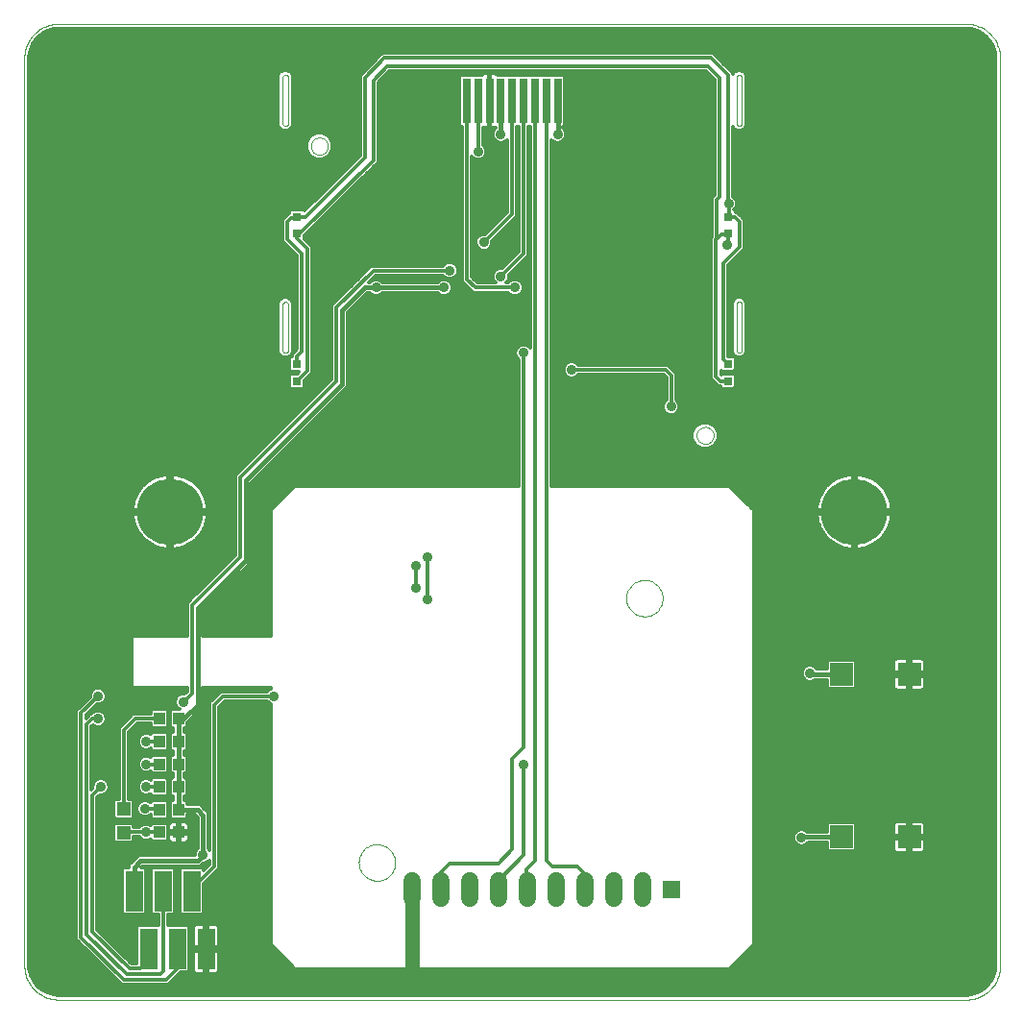
<source format=gtl>
G75*
%MOIN*%
%OFA0B0*%
%FSLAX24Y24*%
%IPPOS*%
%LPD*%
%AMOC8*
5,1,8,0,0,1.08239X$1,22.5*
%
%ADD10C,0.0000*%
%ADD11R,0.0295X0.1575*%
%ADD12R,0.0315X0.0315*%
%ADD13C,0.2300*%
%ADD14R,0.0394X0.0433*%
%ADD15R,0.0594X0.0594*%
%ADD16C,0.0594*%
%ADD17R,0.0472X0.0472*%
%ADD18R,0.0591X0.1409*%
%ADD19R,0.0787X0.0787*%
%ADD20C,0.0120*%
%ADD21C,0.0500*%
%ADD22C,0.0356*%
%ADD23C,0.0160*%
D10*
X000554Y001735D02*
X000554Y033231D01*
X000556Y033297D01*
X000561Y033363D01*
X000571Y033429D01*
X000584Y033494D01*
X000600Y033558D01*
X000620Y033621D01*
X000644Y033683D01*
X000671Y033743D01*
X000701Y033802D01*
X000735Y033859D01*
X000772Y033914D01*
X000812Y033967D01*
X000854Y034018D01*
X000900Y034066D01*
X000948Y034112D01*
X000999Y034154D01*
X001052Y034194D01*
X001107Y034231D01*
X001164Y034265D01*
X001223Y034295D01*
X001283Y034322D01*
X001345Y034346D01*
X001408Y034366D01*
X001472Y034382D01*
X001537Y034395D01*
X001603Y034405D01*
X001669Y034410D01*
X001735Y034412D01*
X033231Y034412D01*
X033297Y034410D01*
X033363Y034405D01*
X033429Y034395D01*
X033494Y034382D01*
X033558Y034366D01*
X033621Y034346D01*
X033683Y034322D01*
X033743Y034295D01*
X033802Y034265D01*
X033859Y034231D01*
X033914Y034194D01*
X033967Y034154D01*
X034018Y034112D01*
X034066Y034066D01*
X034112Y034018D01*
X034154Y033967D01*
X034194Y033914D01*
X034231Y033859D01*
X034265Y033802D01*
X034295Y033743D01*
X034322Y033683D01*
X034346Y033621D01*
X034366Y033558D01*
X034382Y033494D01*
X034395Y033429D01*
X034405Y033363D01*
X034410Y033297D01*
X034412Y033231D01*
X034412Y001735D01*
X034410Y001669D01*
X034405Y001603D01*
X034395Y001537D01*
X034382Y001472D01*
X034366Y001408D01*
X034346Y001345D01*
X034322Y001283D01*
X034295Y001223D01*
X034265Y001164D01*
X034231Y001107D01*
X034194Y001052D01*
X034154Y000999D01*
X034112Y000948D01*
X034066Y000900D01*
X034018Y000854D01*
X033967Y000812D01*
X033914Y000772D01*
X033859Y000735D01*
X033802Y000701D01*
X033743Y000671D01*
X033683Y000644D01*
X033621Y000620D01*
X033558Y000600D01*
X033494Y000584D01*
X033429Y000571D01*
X033363Y000561D01*
X033297Y000556D01*
X033231Y000554D01*
X001735Y000554D01*
X001669Y000556D01*
X001603Y000561D01*
X001537Y000571D01*
X001472Y000584D01*
X001408Y000600D01*
X001345Y000620D01*
X001283Y000644D01*
X001223Y000671D01*
X001164Y000701D01*
X001107Y000735D01*
X001052Y000772D01*
X000999Y000812D01*
X000948Y000854D01*
X000900Y000900D01*
X000854Y000948D01*
X000812Y000999D01*
X000772Y001052D01*
X000735Y001107D01*
X000701Y001164D01*
X000671Y001223D01*
X000644Y001283D01*
X000620Y001345D01*
X000600Y001408D01*
X000584Y001472D01*
X000571Y001537D01*
X000561Y001603D01*
X000556Y001669D01*
X000554Y001735D01*
X012156Y005310D02*
X012158Y005360D01*
X012164Y005410D01*
X012174Y005459D01*
X012188Y005507D01*
X012205Y005554D01*
X012226Y005599D01*
X012251Y005643D01*
X012279Y005684D01*
X012311Y005723D01*
X012345Y005760D01*
X012382Y005794D01*
X012422Y005824D01*
X012464Y005851D01*
X012508Y005875D01*
X012554Y005896D01*
X012601Y005912D01*
X012649Y005925D01*
X012699Y005934D01*
X012748Y005939D01*
X012799Y005940D01*
X012849Y005937D01*
X012898Y005930D01*
X012947Y005919D01*
X012995Y005904D01*
X013041Y005886D01*
X013086Y005864D01*
X013129Y005838D01*
X013170Y005809D01*
X013209Y005777D01*
X013245Y005742D01*
X013277Y005704D01*
X013307Y005664D01*
X013334Y005621D01*
X013357Y005577D01*
X013376Y005531D01*
X013392Y005483D01*
X013404Y005434D01*
X013412Y005385D01*
X013416Y005335D01*
X013416Y005285D01*
X013412Y005235D01*
X013404Y005186D01*
X013392Y005137D01*
X013376Y005089D01*
X013357Y005043D01*
X013334Y004999D01*
X013307Y004956D01*
X013277Y004916D01*
X013245Y004878D01*
X013209Y004843D01*
X013170Y004811D01*
X013129Y004782D01*
X013086Y004756D01*
X013041Y004734D01*
X012995Y004716D01*
X012947Y004701D01*
X012898Y004690D01*
X012849Y004683D01*
X012799Y004680D01*
X012748Y004681D01*
X012699Y004686D01*
X012649Y004695D01*
X012601Y004708D01*
X012554Y004724D01*
X012508Y004745D01*
X012464Y004769D01*
X012422Y004796D01*
X012382Y004826D01*
X012345Y004860D01*
X012311Y004897D01*
X012279Y004936D01*
X012251Y004977D01*
X012226Y005021D01*
X012205Y005066D01*
X012188Y005113D01*
X012174Y005161D01*
X012164Y005210D01*
X012158Y005260D01*
X012156Y005310D01*
X021439Y014483D02*
X021441Y014533D01*
X021447Y014583D01*
X021457Y014632D01*
X021471Y014680D01*
X021488Y014727D01*
X021509Y014772D01*
X021534Y014816D01*
X021562Y014857D01*
X021594Y014896D01*
X021628Y014933D01*
X021665Y014967D01*
X021705Y014997D01*
X021747Y015024D01*
X021791Y015048D01*
X021837Y015069D01*
X021884Y015085D01*
X021932Y015098D01*
X021982Y015107D01*
X022031Y015112D01*
X022082Y015113D01*
X022132Y015110D01*
X022181Y015103D01*
X022230Y015092D01*
X022278Y015077D01*
X022324Y015059D01*
X022369Y015037D01*
X022412Y015011D01*
X022453Y014982D01*
X022492Y014950D01*
X022528Y014915D01*
X022560Y014877D01*
X022590Y014837D01*
X022617Y014794D01*
X022640Y014750D01*
X022659Y014704D01*
X022675Y014656D01*
X022687Y014607D01*
X022695Y014558D01*
X022699Y014508D01*
X022699Y014458D01*
X022695Y014408D01*
X022687Y014359D01*
X022675Y014310D01*
X022659Y014262D01*
X022640Y014216D01*
X022617Y014172D01*
X022590Y014129D01*
X022560Y014089D01*
X022528Y014051D01*
X022492Y014016D01*
X022453Y013984D01*
X022412Y013955D01*
X022369Y013929D01*
X022324Y013907D01*
X022278Y013889D01*
X022230Y013874D01*
X022181Y013863D01*
X022132Y013856D01*
X022082Y013853D01*
X022031Y013854D01*
X021982Y013859D01*
X021932Y013868D01*
X021884Y013881D01*
X021837Y013897D01*
X021791Y013918D01*
X021747Y013942D01*
X021705Y013969D01*
X021665Y013999D01*
X021628Y014033D01*
X021594Y014070D01*
X021562Y014109D01*
X021534Y014150D01*
X021509Y014194D01*
X021488Y014239D01*
X021471Y014286D01*
X021457Y014334D01*
X021447Y014383D01*
X021441Y014433D01*
X021439Y014483D01*
X023881Y020132D02*
X023883Y020166D01*
X023889Y020200D01*
X023899Y020233D01*
X023912Y020264D01*
X023930Y020294D01*
X023950Y020322D01*
X023974Y020347D01*
X024000Y020369D01*
X024028Y020387D01*
X024059Y020403D01*
X024091Y020415D01*
X024125Y020423D01*
X024159Y020427D01*
X024193Y020427D01*
X024227Y020423D01*
X024261Y020415D01*
X024293Y020403D01*
X024323Y020387D01*
X024352Y020369D01*
X024378Y020347D01*
X024402Y020322D01*
X024422Y020294D01*
X024440Y020264D01*
X024453Y020233D01*
X024463Y020200D01*
X024469Y020166D01*
X024471Y020132D01*
X024469Y020098D01*
X024463Y020064D01*
X024453Y020031D01*
X024440Y020000D01*
X024422Y019970D01*
X024402Y019942D01*
X024378Y019917D01*
X024352Y019895D01*
X024324Y019877D01*
X024293Y019861D01*
X024261Y019849D01*
X024227Y019841D01*
X024193Y019837D01*
X024159Y019837D01*
X024125Y019841D01*
X024091Y019849D01*
X024059Y019861D01*
X024028Y019877D01*
X024000Y019895D01*
X023974Y019917D01*
X023950Y019942D01*
X023930Y019970D01*
X023912Y020000D01*
X023899Y020031D01*
X023889Y020064D01*
X023883Y020098D01*
X023881Y020132D01*
X025258Y023093D02*
X025258Y024668D01*
X025259Y024668D02*
X025260Y024685D01*
X025265Y024702D01*
X025272Y024717D01*
X025282Y024731D01*
X025294Y024743D01*
X025308Y024753D01*
X025323Y024760D01*
X025340Y024765D01*
X025357Y024766D01*
X025374Y024765D01*
X025391Y024760D01*
X025406Y024753D01*
X025420Y024743D01*
X025432Y024731D01*
X025442Y024717D01*
X025449Y024702D01*
X025454Y024685D01*
X025455Y024668D01*
X025455Y023093D01*
X025454Y023076D01*
X025449Y023059D01*
X025442Y023044D01*
X025432Y023030D01*
X025420Y023018D01*
X025406Y023008D01*
X025391Y023001D01*
X025374Y022996D01*
X025357Y022995D01*
X025340Y022996D01*
X025323Y023001D01*
X025308Y023008D01*
X025294Y023018D01*
X025282Y023030D01*
X025272Y023044D01*
X025265Y023059D01*
X025260Y023076D01*
X025259Y023093D01*
X025258Y030967D02*
X025258Y032542D01*
X025259Y032542D02*
X025260Y032559D01*
X025265Y032576D01*
X025272Y032591D01*
X025282Y032605D01*
X025294Y032617D01*
X025308Y032627D01*
X025323Y032634D01*
X025340Y032639D01*
X025357Y032640D01*
X025374Y032639D01*
X025391Y032634D01*
X025406Y032627D01*
X025420Y032617D01*
X025432Y032605D01*
X025442Y032591D01*
X025449Y032576D01*
X025454Y032559D01*
X025455Y032542D01*
X025455Y030967D01*
X025454Y030950D01*
X025449Y030933D01*
X025442Y030918D01*
X025432Y030904D01*
X025420Y030892D01*
X025406Y030882D01*
X025391Y030875D01*
X025374Y030870D01*
X025357Y030869D01*
X025340Y030870D01*
X025323Y030875D01*
X025308Y030882D01*
X025294Y030892D01*
X025282Y030904D01*
X025272Y030918D01*
X025265Y030933D01*
X025260Y030950D01*
X025259Y030967D01*
X010495Y030172D02*
X010497Y030206D01*
X010503Y030240D01*
X010513Y030273D01*
X010526Y030304D01*
X010544Y030334D01*
X010564Y030362D01*
X010588Y030387D01*
X010614Y030409D01*
X010642Y030427D01*
X010673Y030443D01*
X010705Y030455D01*
X010739Y030463D01*
X010773Y030467D01*
X010807Y030467D01*
X010841Y030463D01*
X010875Y030455D01*
X010907Y030443D01*
X010937Y030427D01*
X010966Y030409D01*
X010992Y030387D01*
X011016Y030362D01*
X011036Y030334D01*
X011054Y030304D01*
X011067Y030273D01*
X011077Y030240D01*
X011083Y030206D01*
X011085Y030172D01*
X011083Y030138D01*
X011077Y030104D01*
X011067Y030071D01*
X011054Y030040D01*
X011036Y030010D01*
X011016Y029982D01*
X010992Y029957D01*
X010966Y029935D01*
X010938Y029917D01*
X010907Y029901D01*
X010875Y029889D01*
X010841Y029881D01*
X010807Y029877D01*
X010773Y029877D01*
X010739Y029881D01*
X010705Y029889D01*
X010673Y029901D01*
X010642Y029917D01*
X010614Y029935D01*
X010588Y029957D01*
X010564Y029982D01*
X010544Y030010D01*
X010526Y030040D01*
X010513Y030071D01*
X010503Y030104D01*
X010497Y030138D01*
X010495Y030172D01*
X009707Y030967D02*
X009707Y032542D01*
X009609Y032640D02*
X009592Y032639D01*
X009575Y032634D01*
X009560Y032627D01*
X009546Y032617D01*
X009534Y032605D01*
X009524Y032591D01*
X009517Y032576D01*
X009512Y032559D01*
X009511Y032542D01*
X009510Y032542D02*
X009510Y030967D01*
X009609Y030869D02*
X009626Y030870D01*
X009643Y030875D01*
X009658Y030882D01*
X009672Y030892D01*
X009684Y030904D01*
X009694Y030918D01*
X009701Y030933D01*
X009706Y030950D01*
X009707Y030967D01*
X009609Y030869D02*
X009592Y030870D01*
X009575Y030875D01*
X009560Y030882D01*
X009546Y030892D01*
X009534Y030904D01*
X009524Y030918D01*
X009517Y030933D01*
X009512Y030950D01*
X009511Y030967D01*
X009707Y032542D02*
X009706Y032559D01*
X009701Y032576D01*
X009694Y032591D01*
X009684Y032605D01*
X009672Y032617D01*
X009658Y032627D01*
X009643Y032634D01*
X009626Y032639D01*
X009609Y032640D01*
X009609Y024766D02*
X009592Y024765D01*
X009575Y024760D01*
X009560Y024753D01*
X009546Y024743D01*
X009534Y024731D01*
X009524Y024717D01*
X009517Y024702D01*
X009512Y024685D01*
X009511Y024668D01*
X009510Y024668D02*
X009510Y023093D01*
X009609Y022995D02*
X009626Y022996D01*
X009643Y023001D01*
X009658Y023008D01*
X009672Y023018D01*
X009684Y023030D01*
X009694Y023044D01*
X009701Y023059D01*
X009706Y023076D01*
X009707Y023093D01*
X009707Y024668D01*
X009706Y024685D01*
X009701Y024702D01*
X009694Y024717D01*
X009684Y024731D01*
X009672Y024743D01*
X009658Y024753D01*
X009643Y024760D01*
X009626Y024765D01*
X009609Y024766D01*
X009511Y023093D02*
X009512Y023076D01*
X009517Y023059D01*
X009524Y023044D01*
X009534Y023030D01*
X009546Y023018D01*
X009560Y023008D01*
X009575Y023001D01*
X009592Y022996D01*
X009609Y022995D01*
D11*
X015908Y031747D03*
X016302Y031747D03*
X016695Y031747D03*
X017089Y031747D03*
X017483Y031747D03*
X017877Y031747D03*
X018270Y031747D03*
X018664Y031747D03*
X019058Y031747D03*
D12*
X024963Y027719D03*
X024963Y027129D03*
X024963Y022601D03*
X024963Y022010D03*
X010003Y022010D03*
X010003Y022601D03*
X010003Y027129D03*
X010003Y027719D03*
D13*
X005613Y017483D03*
X029353Y017483D03*
D14*
X005908Y010298D03*
X005239Y010298D03*
X005239Y009510D03*
X005908Y009510D03*
X005908Y008723D03*
X005239Y008723D03*
X005239Y007936D03*
X005908Y007936D03*
X005908Y007148D03*
X005239Y007148D03*
X005239Y006361D03*
X005908Y006361D03*
D15*
X022995Y004384D03*
D16*
X021995Y004088D02*
X021995Y004681D01*
X020995Y004681D02*
X020995Y004088D01*
X019995Y004088D02*
X019995Y004681D01*
X018995Y004681D02*
X018995Y004088D01*
X017995Y004088D02*
X017995Y004681D01*
X016995Y004681D02*
X016995Y004088D01*
X015995Y004088D02*
X015995Y004681D01*
X014995Y004681D02*
X014995Y004088D01*
X013995Y004088D02*
X013995Y004681D01*
D17*
X003999Y006341D03*
X003999Y007168D03*
D18*
X004363Y004310D03*
X005363Y004310D03*
X006363Y004310D03*
X006863Y002310D03*
X005863Y002310D03*
X004863Y002310D03*
D19*
X028900Y006197D03*
X031262Y006197D03*
X031262Y011840D03*
X028900Y011840D03*
D20*
X001013Y001013D02*
X000825Y001271D01*
X000726Y001575D01*
X000714Y001735D01*
X000714Y001801D01*
X000714Y033231D01*
X000726Y033391D01*
X000825Y033694D01*
X001013Y033953D01*
X001271Y034141D01*
X001575Y034239D01*
X001735Y034252D01*
X033231Y034252D01*
X033391Y034239D01*
X033694Y034141D01*
X033953Y033953D01*
X034141Y033694D01*
X034239Y033391D01*
X034252Y033231D01*
X034252Y001735D01*
X034239Y001575D01*
X034141Y001271D01*
X033953Y001013D01*
X033694Y000825D01*
X033391Y000726D01*
X033231Y000714D01*
X001735Y000714D01*
X001575Y000726D01*
X001271Y000825D01*
X001013Y001013D01*
X001002Y001028D02*
X033964Y001028D01*
X034050Y001146D02*
X005619Y001146D01*
X005645Y001172D02*
X005968Y001495D01*
X006204Y001495D01*
X006268Y001559D01*
X006268Y003060D01*
X006204Y003124D01*
X005533Y003124D01*
X005533Y003495D01*
X005704Y003495D01*
X005768Y003559D01*
X005768Y005060D01*
X005704Y005124D01*
X005022Y005124D01*
X004957Y005060D01*
X004957Y003559D01*
X005022Y003495D01*
X005193Y003495D01*
X005193Y003124D01*
X004522Y003124D01*
X004457Y003060D01*
X004457Y001806D01*
X004266Y001806D01*
X003086Y002986D01*
X003086Y007570D01*
X003163Y007647D01*
X003268Y007647D01*
X003374Y007691D01*
X003455Y007772D01*
X003499Y007878D01*
X003499Y007993D01*
X003455Y008099D01*
X003374Y008180D01*
X003268Y008224D01*
X003154Y008224D01*
X003048Y008180D01*
X002967Y008099D01*
X002923Y007993D01*
X002923Y007888D01*
X002889Y007854D01*
X002889Y010031D01*
X002931Y010072D01*
X002950Y010054D01*
X003055Y010010D01*
X003170Y010010D01*
X003276Y010054D01*
X003357Y010135D01*
X003401Y010240D01*
X003401Y010355D01*
X003357Y010461D01*
X003276Y010542D01*
X003170Y010586D01*
X003055Y010586D01*
X002950Y010542D01*
X002875Y010468D01*
X002845Y010468D01*
X002746Y010368D01*
X002692Y010315D01*
X002692Y010424D01*
X003065Y010797D01*
X003170Y010797D01*
X003276Y010841D01*
X003357Y010922D01*
X003401Y011028D01*
X003401Y011143D01*
X003357Y011248D01*
X003276Y011329D01*
X003170Y011373D01*
X003055Y011373D01*
X002950Y011329D01*
X002869Y011248D01*
X002825Y011143D01*
X002825Y011038D01*
X002352Y010565D01*
X002352Y002649D01*
X002452Y002549D01*
X003928Y001073D01*
X005545Y001073D01*
X005645Y001172D01*
X005737Y001265D02*
X034136Y001265D01*
X034177Y001383D02*
X005856Y001383D01*
X005863Y001630D02*
X005475Y001243D01*
X003999Y001243D01*
X002522Y002719D01*
X002522Y010495D01*
X003113Y011085D01*
X003382Y010982D02*
X005792Y010982D01*
X005777Y010946D02*
X005777Y010831D01*
X005821Y010725D01*
X005902Y010644D01*
X005950Y010624D01*
X005666Y010624D01*
X005601Y010560D01*
X005601Y010036D01*
X005666Y009971D01*
X005718Y009971D01*
X005718Y009837D01*
X005666Y009837D01*
X005601Y009772D01*
X005601Y009248D01*
X005666Y009184D01*
X005718Y009184D01*
X005718Y009050D01*
X005666Y009050D01*
X005601Y008985D01*
X005601Y008461D01*
X005666Y008396D01*
X005718Y008396D01*
X005718Y008262D01*
X005666Y008262D01*
X005601Y008198D01*
X005601Y007673D01*
X005666Y007609D01*
X005718Y007609D01*
X005718Y007475D01*
X005666Y007475D01*
X005601Y007410D01*
X005601Y006886D01*
X005666Y006822D01*
X006150Y006822D01*
X006215Y006886D01*
X006215Y006958D01*
X006479Y006958D01*
X006564Y006873D01*
X006564Y005791D01*
X006510Y005737D01*
X006466Y005631D01*
X006466Y005567D01*
X004510Y005567D01*
X004399Y005455D01*
X004173Y005229D01*
X004173Y005124D01*
X004022Y005124D01*
X003957Y005060D01*
X003957Y003559D01*
X004022Y003495D01*
X004704Y003495D01*
X004768Y003559D01*
X004768Y005060D01*
X004704Y005124D01*
X004606Y005124D01*
X004668Y005187D01*
X006636Y005187D01*
X006735Y005285D01*
X006812Y005285D01*
X006918Y005329D01*
X006978Y005390D01*
X006978Y005250D01*
X006768Y005040D01*
X006768Y005060D01*
X006704Y005124D01*
X006022Y005124D01*
X005957Y005060D01*
X005957Y003559D01*
X006022Y003495D01*
X006704Y003495D01*
X006768Y003559D01*
X006768Y004559D01*
X007219Y005010D01*
X007318Y005109D01*
X007318Y010720D01*
X007514Y010915D01*
X008978Y010915D01*
X009052Y010841D01*
X009095Y010823D01*
X009095Y002472D01*
X009953Y001615D01*
X025013Y001615D01*
X025083Y001685D01*
X025871Y002472D01*
X025871Y017533D01*
X025800Y017603D01*
X025013Y018390D01*
X018834Y018390D01*
X018834Y030390D01*
X018894Y030329D01*
X019000Y030285D01*
X019115Y030285D01*
X019221Y030329D01*
X019302Y030410D01*
X019346Y030516D01*
X019346Y030631D01*
X019302Y030737D01*
X019248Y030791D01*
X019248Y030849D01*
X019251Y030849D01*
X019315Y030914D01*
X019315Y032580D01*
X019251Y032644D01*
X018864Y032644D01*
X018861Y032640D01*
X018857Y032644D01*
X018471Y032644D01*
X018467Y032640D01*
X018463Y032644D01*
X018077Y032644D01*
X018073Y032640D01*
X018070Y032644D01*
X017683Y032644D01*
X017680Y032640D01*
X017676Y032644D01*
X017290Y032644D01*
X017286Y032640D01*
X017282Y032644D01*
X016959Y032644D01*
X016941Y032662D01*
X016905Y032683D01*
X016864Y032694D01*
X016709Y032694D01*
X016709Y031760D01*
X016682Y031760D01*
X016682Y032694D01*
X016527Y032694D01*
X016486Y032683D01*
X016450Y032662D01*
X016432Y032644D01*
X016109Y032644D01*
X016105Y032640D01*
X016101Y032644D01*
X015715Y032644D01*
X015650Y032580D01*
X015650Y030914D01*
X015715Y030849D01*
X015738Y030849D01*
X015738Y025483D01*
X016133Y025088D01*
X017344Y025088D01*
X017418Y025014D01*
X017524Y024970D01*
X017639Y024970D01*
X017744Y025014D01*
X017826Y025095D01*
X017869Y025201D01*
X017869Y025316D01*
X017826Y025422D01*
X017744Y025503D01*
X017639Y025547D01*
X017524Y025547D01*
X017418Y025503D01*
X017344Y025428D01*
X017273Y025428D01*
X017333Y025489D01*
X017377Y025595D01*
X017377Y025700D01*
X018047Y026369D01*
X018047Y030849D01*
X018070Y030849D01*
X018073Y030853D01*
X018077Y030849D01*
X018100Y030849D01*
X018100Y023178D01*
X018040Y023239D01*
X017934Y023283D01*
X017819Y023283D01*
X017713Y023239D01*
X017632Y023158D01*
X017588Y023052D01*
X017588Y022937D01*
X017632Y022831D01*
X017707Y022757D01*
X017707Y018390D01*
X009953Y018390D01*
X009883Y018320D01*
X009883Y018320D01*
X009095Y017533D01*
X009095Y013174D01*
X006748Y013174D01*
X006748Y014058D01*
X008310Y015620D01*
X008421Y015731D01*
X008421Y018487D01*
X011656Y021722D01*
X011767Y021833D01*
X011767Y024392D01*
X012443Y025068D01*
X012541Y025068D01*
X012595Y025014D01*
X012701Y024970D01*
X012816Y024970D01*
X012922Y025014D01*
X012976Y025068D01*
X014903Y025068D01*
X014957Y025014D01*
X015063Y024970D01*
X015178Y024970D01*
X015284Y025014D01*
X015365Y025095D01*
X015409Y025201D01*
X015409Y025316D01*
X015365Y025422D01*
X015284Y025503D01*
X015178Y025547D01*
X015063Y025547D01*
X014957Y025503D01*
X014903Y025448D01*
X012976Y025448D01*
X012922Y025503D01*
X012816Y025547D01*
X012701Y025547D01*
X012595Y025503D01*
X012541Y025448D01*
X012500Y025448D01*
X012730Y025679D01*
X015080Y025679D01*
X015154Y025605D01*
X015260Y025561D01*
X015375Y025561D01*
X015481Y025605D01*
X015562Y025686D01*
X015606Y025792D01*
X015606Y025906D01*
X015562Y026012D01*
X015481Y026093D01*
X015375Y026137D01*
X015260Y026137D01*
X015154Y026093D01*
X015080Y026019D01*
X012590Y026019D01*
X011310Y024739D01*
X011210Y024640D01*
X011210Y022081D01*
X007964Y018834D01*
X007864Y018734D01*
X007864Y015978D01*
X006290Y014405D01*
X006191Y014305D01*
X006191Y013174D01*
X004343Y013174D01*
X004272Y013103D01*
X004272Y011429D01*
X004343Y011359D01*
X006191Y011359D01*
X006191Y011254D01*
X006113Y011176D01*
X006008Y011176D01*
X005902Y011133D01*
X005821Y011052D01*
X005777Y010946D01*
X005777Y010863D02*
X003298Y010863D01*
X003401Y011100D02*
X005870Y011100D01*
X006066Y010888D02*
X006361Y011184D01*
X006361Y014235D01*
X008034Y015908D01*
X008034Y018664D01*
X011380Y022010D01*
X011380Y024569D01*
X012660Y025849D01*
X015317Y025849D01*
X015092Y026031D02*
X010536Y026031D01*
X010536Y025913D02*
X012483Y025913D01*
X012365Y025794D02*
X010536Y025794D01*
X010536Y025676D02*
X012246Y025676D01*
X012128Y025557D02*
X010536Y025557D01*
X010536Y025439D02*
X012009Y025439D01*
X011891Y025320D02*
X010536Y025320D01*
X010536Y025202D02*
X011772Y025202D01*
X011654Y025083D02*
X010536Y025083D01*
X010536Y024965D02*
X011535Y024965D01*
X011417Y024846D02*
X010536Y024846D01*
X010536Y024728D02*
X011298Y024728D01*
X011210Y024609D02*
X010536Y024609D01*
X010536Y024491D02*
X011210Y024491D01*
X011210Y024372D02*
X010536Y024372D01*
X010536Y024254D02*
X011210Y024254D01*
X011210Y024135D02*
X010536Y024135D01*
X010536Y024017D02*
X011210Y024017D01*
X011210Y023898D02*
X010536Y023898D01*
X010536Y023780D02*
X011210Y023780D01*
X011210Y023661D02*
X010536Y023661D01*
X010536Y023543D02*
X011210Y023543D01*
X011210Y023424D02*
X010536Y023424D01*
X010536Y023306D02*
X011210Y023306D01*
X011210Y023187D02*
X010536Y023187D01*
X010536Y023069D02*
X011210Y023069D01*
X011210Y022950D02*
X010536Y022950D01*
X010536Y022832D02*
X011210Y022832D01*
X011210Y022713D02*
X010536Y022713D01*
X010536Y022595D02*
X011210Y022595D01*
X011210Y022476D02*
X010536Y022476D01*
X010536Y022358D02*
X011210Y022358D01*
X011210Y022239D02*
X010472Y022239D01*
X010437Y022204D02*
X010536Y022304D01*
X010536Y026687D01*
X010437Y026786D01*
X010270Y026953D01*
X010270Y027057D01*
X010271Y027058D01*
X010271Y027058D01*
X012730Y029518D01*
X012730Y029518D01*
X012830Y029617D01*
X012830Y032373D01*
X013223Y032766D01*
X024204Y032766D01*
X024498Y032471D01*
X024498Y028478D01*
X024399Y028380D01*
X024399Y027015D01*
X024384Y026999D01*
X024384Y022108D01*
X024483Y022009D01*
X024652Y021840D01*
X024696Y021840D01*
X024696Y021807D01*
X024760Y021743D01*
X025166Y021743D01*
X025231Y021807D01*
X025231Y022213D01*
X025166Y022278D01*
X024760Y022278D01*
X024728Y022245D01*
X024724Y022249D01*
X024724Y022370D01*
X024760Y022333D01*
X025166Y022333D01*
X025231Y022398D01*
X025231Y022804D01*
X025166Y022868D01*
X024974Y022868D01*
X024974Y026046D01*
X025536Y026608D01*
X025536Y027624D01*
X025437Y027724D01*
X025271Y027889D01*
X025231Y027889D01*
X025231Y027922D01*
X025186Y027966D01*
X025235Y028015D01*
X025279Y028121D01*
X025279Y028236D01*
X025235Y028342D01*
X025154Y028423D01*
X025133Y028432D01*
X025133Y030838D01*
X025168Y030778D01*
X025288Y030709D01*
X025426Y030709D01*
X025546Y030778D01*
X025615Y030898D01*
X025615Y032611D01*
X025546Y032731D01*
X025426Y032800D01*
X025288Y032800D01*
X025168Y032731D01*
X025168Y032731D01*
X025133Y032671D01*
X025133Y032711D01*
X025034Y032810D01*
X024443Y033401D01*
X012983Y033401D01*
X012884Y033301D01*
X012195Y032612D01*
X012195Y029856D01*
X010265Y027927D01*
X010206Y027987D01*
X009799Y027987D01*
X009735Y027922D01*
X009735Y027849D01*
X009733Y027849D01*
X009509Y027624D01*
X009509Y026858D01*
X009608Y026759D01*
X010009Y026358D01*
X010009Y023124D01*
X009932Y023048D01*
X009833Y022948D01*
X009833Y022868D01*
X009799Y022868D01*
X009735Y022804D01*
X009735Y022398D01*
X009799Y022333D01*
X010085Y022333D01*
X010030Y022278D01*
X009799Y022278D01*
X009735Y022213D01*
X009735Y021807D01*
X009799Y021743D01*
X010206Y021743D01*
X010270Y021807D01*
X010270Y022037D01*
X010437Y022204D01*
X010353Y022121D02*
X011210Y022121D01*
X011132Y022002D02*
X010270Y022002D01*
X010270Y021884D02*
X011013Y021884D01*
X010895Y021765D02*
X010228Y021765D01*
X010003Y022010D02*
X010366Y022374D01*
X010366Y026616D01*
X010003Y026980D01*
X010003Y027129D01*
X010101Y027129D01*
X012660Y029688D01*
X012660Y032443D01*
X013152Y032936D01*
X024274Y032936D01*
X024668Y032542D01*
X024668Y028408D01*
X024569Y028310D01*
X024569Y026944D01*
X024554Y026929D01*
X024554Y022179D01*
X024722Y022010D01*
X024963Y022010D01*
X025231Y022002D02*
X034252Y022002D01*
X034252Y021884D02*
X025231Y021884D01*
X025189Y021765D02*
X034252Y021765D01*
X034252Y021647D02*
X023165Y021647D01*
X023165Y021765D02*
X024738Y021765D01*
X024608Y021884D02*
X023165Y021884D01*
X023165Y022002D02*
X024490Y022002D01*
X024384Y022121D02*
X023165Y022121D01*
X023165Y022239D02*
X024384Y022239D01*
X024384Y022358D02*
X023085Y022358D01*
X023065Y022377D02*
X023165Y022278D01*
X023165Y021362D01*
X023239Y021288D01*
X023283Y021182D01*
X023283Y021067D01*
X023239Y020961D01*
X023158Y020880D01*
X023052Y020836D01*
X022937Y020836D01*
X022831Y020880D01*
X022750Y020961D01*
X022707Y021067D01*
X022707Y021182D01*
X022750Y021288D01*
X022825Y021362D01*
X022825Y022137D01*
X022727Y022234D01*
X019787Y022234D01*
X019713Y022160D01*
X019607Y022116D01*
X019492Y022116D01*
X019387Y022160D01*
X019306Y022241D01*
X019262Y022347D01*
X019262Y022461D01*
X019306Y022567D01*
X019387Y022648D01*
X019492Y022692D01*
X019607Y022692D01*
X019713Y022648D01*
X019787Y022574D01*
X022868Y022574D01*
X022968Y022475D01*
X022968Y022475D01*
X023065Y022377D01*
X023065Y022377D01*
X022966Y022476D02*
X024384Y022476D01*
X024384Y022595D02*
X019767Y022595D01*
X019550Y022404D02*
X022798Y022404D01*
X022995Y022207D01*
X022995Y021125D01*
X023213Y020936D02*
X034252Y020936D01*
X034252Y021054D02*
X023277Y021054D01*
X023283Y021173D02*
X034252Y021173D01*
X034252Y021291D02*
X023235Y021291D01*
X023165Y021410D02*
X034252Y021410D01*
X034252Y021528D02*
X023165Y021528D01*
X022825Y021528D02*
X018834Y021528D01*
X018834Y021410D02*
X022825Y021410D01*
X022754Y021291D02*
X018834Y021291D01*
X018834Y021173D02*
X022707Y021173D01*
X022712Y021054D02*
X018834Y021054D01*
X018834Y020936D02*
X022776Y020936D01*
X022825Y021647D02*
X018834Y021647D01*
X018834Y021765D02*
X022825Y021765D01*
X022825Y021884D02*
X018834Y021884D01*
X018834Y022002D02*
X022825Y022002D01*
X022825Y022121D02*
X019619Y022121D01*
X019481Y022121D02*
X018834Y022121D01*
X018834Y022239D02*
X019307Y022239D01*
X019262Y022358D02*
X018834Y022358D01*
X018834Y022476D02*
X019268Y022476D01*
X019333Y022595D02*
X018834Y022595D01*
X018834Y022713D02*
X024384Y022713D01*
X024384Y022832D02*
X018834Y022832D01*
X018834Y022950D02*
X024384Y022950D01*
X024384Y023069D02*
X018834Y023069D01*
X018834Y023187D02*
X024384Y023187D01*
X024384Y023306D02*
X018834Y023306D01*
X018834Y023424D02*
X024384Y023424D01*
X024384Y023543D02*
X018834Y023543D01*
X018834Y023661D02*
X024384Y023661D01*
X024384Y023780D02*
X018834Y023780D01*
X018834Y023898D02*
X024384Y023898D01*
X024384Y024017D02*
X018834Y024017D01*
X018834Y024135D02*
X024384Y024135D01*
X024384Y024254D02*
X018834Y024254D01*
X018834Y024372D02*
X024384Y024372D01*
X024384Y024491D02*
X018834Y024491D01*
X018834Y024609D02*
X024384Y024609D01*
X024384Y024728D02*
X018834Y024728D01*
X018834Y024846D02*
X024384Y024846D01*
X024384Y024965D02*
X018834Y024965D01*
X018834Y025083D02*
X024384Y025083D01*
X024384Y025202D02*
X018834Y025202D01*
X018834Y025320D02*
X024384Y025320D01*
X024384Y025439D02*
X018834Y025439D01*
X018834Y025557D02*
X024384Y025557D01*
X024384Y025676D02*
X018834Y025676D01*
X018834Y025794D02*
X024384Y025794D01*
X024384Y025913D02*
X018834Y025913D01*
X018834Y026031D02*
X024384Y026031D01*
X024384Y026150D02*
X018834Y026150D01*
X018834Y026268D02*
X024384Y026268D01*
X024384Y026387D02*
X018834Y026387D01*
X018834Y026505D02*
X024384Y026505D01*
X024384Y026624D02*
X018834Y026624D01*
X018834Y026742D02*
X024384Y026742D01*
X024384Y026861D02*
X018834Y026861D01*
X018834Y026979D02*
X024384Y026979D01*
X024399Y027098D02*
X018834Y027098D01*
X018834Y027216D02*
X024399Y027216D01*
X024399Y027335D02*
X018834Y027335D01*
X018834Y027453D02*
X024399Y027453D01*
X024399Y027572D02*
X018834Y027572D01*
X018834Y027690D02*
X024399Y027690D01*
X024399Y027809D02*
X018834Y027809D01*
X018834Y027927D02*
X024399Y027927D01*
X024399Y028046D02*
X018834Y028046D01*
X018834Y028164D02*
X024399Y028164D01*
X024399Y028283D02*
X018834Y028283D01*
X018834Y028401D02*
X024421Y028401D01*
X024498Y028520D02*
X018834Y028520D01*
X018834Y028638D02*
X024498Y028638D01*
X024498Y028757D02*
X018834Y028757D01*
X018834Y028875D02*
X024498Y028875D01*
X024498Y028994D02*
X018834Y028994D01*
X018834Y029112D02*
X024498Y029112D01*
X024498Y029231D02*
X018834Y029231D01*
X018834Y029349D02*
X024498Y029349D01*
X024498Y029468D02*
X018834Y029468D01*
X018834Y029586D02*
X024498Y029586D01*
X024498Y029705D02*
X018834Y029705D01*
X018834Y029823D02*
X024498Y029823D01*
X024498Y029942D02*
X018834Y029942D01*
X018834Y030060D02*
X024498Y030060D01*
X024498Y030179D02*
X018834Y030179D01*
X018834Y030297D02*
X018971Y030297D01*
X019144Y030297D02*
X024498Y030297D01*
X024498Y030416D02*
X019304Y030416D01*
X019346Y030534D02*
X024498Y030534D01*
X024498Y030653D02*
X019337Y030653D01*
X019267Y030771D02*
X024498Y030771D01*
X024498Y030890D02*
X019291Y030890D01*
X019315Y031008D02*
X024498Y031008D01*
X024498Y031127D02*
X019315Y031127D01*
X019315Y031245D02*
X024498Y031245D01*
X024498Y031364D02*
X019315Y031364D01*
X019315Y031482D02*
X024498Y031482D01*
X024498Y031601D02*
X019315Y031601D01*
X019315Y031719D02*
X024498Y031719D01*
X024498Y031838D02*
X019315Y031838D01*
X019315Y031956D02*
X024498Y031956D01*
X024498Y032075D02*
X019315Y032075D01*
X019315Y032193D02*
X024498Y032193D01*
X024498Y032312D02*
X019315Y032312D01*
X019315Y032430D02*
X024498Y032430D01*
X024421Y032549D02*
X019315Y032549D01*
X018664Y031747D02*
X018664Y005377D01*
X018861Y005180D01*
X019747Y005180D01*
X019943Y004983D01*
X019943Y004436D01*
X019995Y004384D01*
X018270Y005377D02*
X017975Y005081D01*
X017975Y004404D01*
X017995Y004384D01*
X016995Y004384D02*
X016991Y004388D01*
X016991Y004688D01*
X017880Y005577D01*
X017880Y008227D01*
X017877Y008723D01*
X017483Y008920D02*
X017483Y005770D01*
X016991Y005278D01*
X015317Y005278D01*
X015022Y004983D01*
X015022Y004412D01*
X014995Y004384D01*
X013995Y001384D02*
X014038Y001341D01*
X009947Y001620D02*
X007318Y001620D01*
X007318Y001584D02*
X007318Y002250D01*
X006923Y002250D01*
X006923Y002370D01*
X006803Y002370D01*
X006803Y003174D01*
X006546Y003174D01*
X006506Y003163D01*
X006469Y003142D01*
X006439Y003113D01*
X006418Y003076D01*
X006407Y003035D01*
X006407Y002370D01*
X006803Y002370D01*
X006803Y002250D01*
X006407Y002250D01*
X006407Y001584D01*
X006418Y001543D01*
X006439Y001507D01*
X006469Y001477D01*
X006506Y001456D01*
X006546Y001445D01*
X006803Y001445D01*
X006803Y002250D01*
X006923Y002250D01*
X006923Y001445D01*
X007179Y001445D01*
X007220Y001456D01*
X007256Y001477D01*
X007286Y001507D01*
X007307Y001543D01*
X007318Y001584D01*
X007281Y001502D02*
X034216Y001502D01*
X034243Y001620D02*
X025018Y001620D01*
X025137Y001739D02*
X034252Y001739D01*
X034252Y001857D02*
X025255Y001857D01*
X025374Y001976D02*
X034252Y001976D01*
X034252Y002094D02*
X025492Y002094D01*
X025611Y002213D02*
X034252Y002213D01*
X034252Y002331D02*
X025729Y002331D01*
X025848Y002450D02*
X034252Y002450D01*
X034252Y002568D02*
X025871Y002568D01*
X025871Y002687D02*
X034252Y002687D01*
X034252Y002805D02*
X025871Y002805D01*
X025871Y002924D02*
X034252Y002924D01*
X034252Y003042D02*
X025871Y003042D01*
X025871Y003161D02*
X034252Y003161D01*
X034252Y003279D02*
X025871Y003279D01*
X025871Y003398D02*
X034252Y003398D01*
X034252Y003516D02*
X025871Y003516D01*
X025871Y003635D02*
X034252Y003635D01*
X034252Y003753D02*
X025871Y003753D01*
X025871Y003872D02*
X034252Y003872D01*
X034252Y003990D02*
X025871Y003990D01*
X025871Y004109D02*
X034252Y004109D01*
X034252Y004227D02*
X025871Y004227D01*
X025871Y004346D02*
X034252Y004346D01*
X034252Y004464D02*
X025871Y004464D01*
X025871Y004583D02*
X034252Y004583D01*
X034252Y004701D02*
X025871Y004701D01*
X025871Y004820D02*
X034252Y004820D01*
X034252Y004938D02*
X025871Y004938D01*
X025871Y005057D02*
X034252Y005057D01*
X034252Y005175D02*
X025871Y005175D01*
X025871Y005294D02*
X034252Y005294D01*
X034252Y005412D02*
X025871Y005412D01*
X025871Y005531D02*
X034252Y005531D01*
X034252Y005649D02*
X031701Y005649D01*
X031718Y005654D02*
X031754Y005675D01*
X031784Y005705D01*
X031805Y005741D01*
X031816Y005782D01*
X031816Y006137D01*
X031322Y006137D01*
X031322Y006257D01*
X031202Y006257D01*
X031202Y006750D01*
X030848Y006750D01*
X030807Y006739D01*
X030770Y006718D01*
X030741Y006689D01*
X030720Y006652D01*
X030709Y006611D01*
X030709Y006257D01*
X031202Y006257D01*
X031202Y006137D01*
X030709Y006137D01*
X030709Y005782D01*
X030720Y005741D01*
X030741Y005705D01*
X030770Y005675D01*
X030807Y005654D01*
X030848Y005643D01*
X031202Y005643D01*
X031202Y006137D01*
X031322Y006137D01*
X031322Y005643D01*
X031677Y005643D01*
X031718Y005654D01*
X031812Y005768D02*
X034252Y005768D01*
X034252Y005886D02*
X031816Y005886D01*
X031816Y006005D02*
X034252Y006005D01*
X034252Y006123D02*
X031816Y006123D01*
X031816Y006257D02*
X031816Y006611D01*
X031805Y006652D01*
X031784Y006689D01*
X031754Y006718D01*
X031718Y006739D01*
X031677Y006750D01*
X031322Y006750D01*
X031322Y006257D01*
X031816Y006257D01*
X031816Y006360D02*
X034252Y006360D01*
X034252Y006242D02*
X031322Y006242D01*
X031322Y006360D02*
X031202Y006360D01*
X031202Y006242D02*
X029404Y006242D01*
X029404Y006360D02*
X030709Y006360D01*
X030709Y006479D02*
X029404Y006479D01*
X029404Y006597D02*
X030709Y006597D01*
X030768Y006716D02*
X025871Y006716D01*
X025871Y006834D02*
X034252Y006834D01*
X034252Y006716D02*
X031757Y006716D01*
X031816Y006597D02*
X034252Y006597D01*
X034252Y006479D02*
X031816Y006479D01*
X031322Y006479D02*
X031202Y006479D01*
X031202Y006597D02*
X031322Y006597D01*
X031322Y006716D02*
X031202Y006716D01*
X031202Y006123D02*
X031322Y006123D01*
X031322Y006005D02*
X031202Y006005D01*
X031202Y005886D02*
X031322Y005886D01*
X031322Y005768D02*
X031202Y005768D01*
X031202Y005649D02*
X031322Y005649D01*
X030824Y005649D02*
X025871Y005649D01*
X025871Y005768D02*
X028396Y005768D01*
X028396Y005757D02*
X028461Y005693D01*
X029339Y005693D01*
X029404Y005757D01*
X029404Y006636D01*
X029339Y006700D01*
X028461Y006700D01*
X028396Y006636D01*
X028396Y006387D01*
X027719Y006387D01*
X027685Y006420D01*
X027580Y006464D01*
X027465Y006464D01*
X027359Y006420D01*
X027278Y006339D01*
X027234Y006234D01*
X027234Y006119D01*
X027278Y006013D01*
X027359Y005932D01*
X027465Y005888D01*
X027580Y005888D01*
X027685Y005932D01*
X027760Y006007D01*
X028396Y006007D01*
X028396Y005757D01*
X028396Y005886D02*
X025871Y005886D01*
X025871Y006005D02*
X027286Y006005D01*
X027234Y006123D02*
X025871Y006123D01*
X025871Y006242D02*
X027237Y006242D01*
X027299Y006360D02*
X025871Y006360D01*
X025871Y006479D02*
X028396Y006479D01*
X028396Y006597D02*
X025871Y006597D01*
X025871Y006953D02*
X034252Y006953D01*
X034252Y007071D02*
X025871Y007071D01*
X025871Y007190D02*
X034252Y007190D01*
X034252Y007308D02*
X025871Y007308D01*
X025871Y007427D02*
X034252Y007427D01*
X034252Y007545D02*
X025871Y007545D01*
X025871Y007664D02*
X034252Y007664D01*
X034252Y007782D02*
X025871Y007782D01*
X025871Y007901D02*
X034252Y007901D01*
X034252Y008019D02*
X025871Y008019D01*
X025871Y008138D02*
X034252Y008138D01*
X034252Y008256D02*
X025871Y008256D01*
X025871Y008375D02*
X034252Y008375D01*
X034252Y008493D02*
X025871Y008493D01*
X025871Y008612D02*
X034252Y008612D01*
X034252Y008730D02*
X025871Y008730D01*
X025871Y008849D02*
X034252Y008849D01*
X034252Y008967D02*
X025871Y008967D01*
X025871Y009086D02*
X034252Y009086D01*
X034252Y009204D02*
X025871Y009204D01*
X025871Y009323D02*
X034252Y009323D01*
X034252Y009441D02*
X025871Y009441D01*
X025871Y009560D02*
X034252Y009560D01*
X034252Y009678D02*
X025871Y009678D01*
X025871Y009797D02*
X034252Y009797D01*
X034252Y009915D02*
X025871Y009915D01*
X025871Y010034D02*
X034252Y010034D01*
X034252Y010152D02*
X025871Y010152D01*
X025871Y010271D02*
X034252Y010271D01*
X034252Y010389D02*
X025871Y010389D01*
X025871Y010508D02*
X034252Y010508D01*
X034252Y010626D02*
X025871Y010626D01*
X025871Y010745D02*
X034252Y010745D01*
X034252Y010863D02*
X025871Y010863D01*
X025871Y010982D02*
X034252Y010982D01*
X034252Y011100D02*
X025871Y011100D01*
X025871Y011219D02*
X034252Y011219D01*
X034252Y011337D02*
X031774Y011337D01*
X031784Y011348D02*
X031805Y011384D01*
X031816Y011425D01*
X031816Y011780D01*
X031322Y011780D01*
X031322Y011900D01*
X031202Y011900D01*
X031202Y012393D01*
X030848Y012393D01*
X030807Y012382D01*
X030770Y012361D01*
X030741Y012331D01*
X030720Y012295D01*
X030709Y012254D01*
X030709Y011900D01*
X031202Y011900D01*
X031202Y011780D01*
X030709Y011780D01*
X030709Y011425D01*
X030720Y011384D01*
X030741Y011348D01*
X030770Y011318D01*
X030807Y011297D01*
X030848Y011286D01*
X031202Y011286D01*
X031202Y011780D01*
X031322Y011780D01*
X031322Y011286D01*
X031677Y011286D01*
X031718Y011297D01*
X031754Y011318D01*
X031784Y011348D01*
X031816Y011456D02*
X034252Y011456D01*
X034252Y011574D02*
X031816Y011574D01*
X031816Y011693D02*
X034252Y011693D01*
X034252Y011811D02*
X031322Y011811D01*
X031322Y011900D02*
X031816Y011900D01*
X031816Y012254D01*
X031805Y012295D01*
X031784Y012331D01*
X031754Y012361D01*
X031718Y012382D01*
X031677Y012393D01*
X031322Y012393D01*
X031322Y011900D01*
X031322Y011930D02*
X031202Y011930D01*
X031202Y012048D02*
X031322Y012048D01*
X031322Y012167D02*
X031202Y012167D01*
X031202Y012285D02*
X031322Y012285D01*
X031808Y012285D02*
X034252Y012285D01*
X034252Y012167D02*
X031816Y012167D01*
X031816Y012048D02*
X034252Y012048D01*
X034252Y011930D02*
X031816Y011930D01*
X031322Y011693D02*
X031202Y011693D01*
X031202Y011811D02*
X029404Y011811D01*
X029404Y011693D02*
X030709Y011693D01*
X030709Y011574D02*
X029404Y011574D01*
X029404Y011456D02*
X030709Y011456D01*
X030751Y011337D02*
X029341Y011337D01*
X029339Y011336D02*
X029404Y011400D01*
X029404Y012279D01*
X029339Y012343D01*
X028461Y012343D01*
X028396Y012279D01*
X028396Y012030D01*
X028066Y012030D01*
X028062Y012040D01*
X027981Y012121D01*
X027875Y012165D01*
X027760Y012165D01*
X027654Y012121D01*
X027573Y012040D01*
X027529Y011934D01*
X027529Y011820D01*
X027573Y011714D01*
X027654Y011633D01*
X027760Y011589D01*
X027875Y011589D01*
X027981Y011633D01*
X027997Y011650D01*
X028396Y011650D01*
X028396Y011400D01*
X028461Y011336D01*
X029339Y011336D01*
X029404Y011930D02*
X030709Y011930D01*
X030709Y012048D02*
X029404Y012048D01*
X029404Y012167D02*
X030709Y012167D01*
X030717Y012285D02*
X029397Y012285D01*
X028403Y012285D02*
X025871Y012285D01*
X025871Y012167D02*
X028396Y012167D01*
X028396Y012048D02*
X028054Y012048D01*
X028396Y011574D02*
X025871Y011574D01*
X025871Y011456D02*
X028396Y011456D01*
X028459Y011337D02*
X025871Y011337D01*
X025871Y011693D02*
X027594Y011693D01*
X027533Y011811D02*
X025871Y011811D01*
X025871Y011930D02*
X027529Y011930D01*
X027581Y012048D02*
X025871Y012048D01*
X025871Y012404D02*
X034252Y012404D01*
X034252Y012522D02*
X025871Y012522D01*
X025871Y012641D02*
X034252Y012641D01*
X034252Y012759D02*
X025871Y012759D01*
X025871Y012878D02*
X034252Y012878D01*
X034252Y012996D02*
X025871Y012996D01*
X025871Y013115D02*
X034252Y013115D01*
X034252Y013233D02*
X025871Y013233D01*
X025871Y013352D02*
X034252Y013352D01*
X034252Y013470D02*
X025871Y013470D01*
X025871Y013589D02*
X034252Y013589D01*
X034252Y013707D02*
X025871Y013707D01*
X025871Y013826D02*
X034252Y013826D01*
X034252Y013944D02*
X025871Y013944D01*
X025871Y014063D02*
X034252Y014063D01*
X034252Y014181D02*
X025871Y014181D01*
X025871Y014300D02*
X034252Y014300D01*
X034252Y014418D02*
X025871Y014418D01*
X025871Y014537D02*
X034252Y014537D01*
X034252Y014655D02*
X025871Y014655D01*
X025871Y014774D02*
X034252Y014774D01*
X034252Y014892D02*
X025871Y014892D01*
X025871Y015011D02*
X034252Y015011D01*
X034252Y015129D02*
X025871Y015129D01*
X025871Y015248D02*
X034252Y015248D01*
X034252Y015366D02*
X025871Y015366D01*
X025871Y015485D02*
X034252Y015485D01*
X034252Y015603D02*
X025871Y015603D01*
X025871Y015722D02*
X034252Y015722D01*
X034252Y015840D02*
X025871Y015840D01*
X025871Y015959D02*
X034252Y015959D01*
X034252Y016077D02*
X025871Y016077D01*
X025871Y016196D02*
X029109Y016196D01*
X029160Y016185D02*
X029289Y016173D01*
X029293Y016173D01*
X029293Y017423D01*
X028043Y017423D01*
X028043Y017418D01*
X028056Y017290D01*
X028081Y017164D01*
X028118Y017041D01*
X028167Y016922D01*
X028228Y016809D01*
X028299Y016702D01*
X028381Y016602D01*
X028472Y016511D01*
X028572Y016429D01*
X028679Y016358D01*
X028792Y016297D01*
X028911Y016248D01*
X029034Y016211D01*
X029160Y016185D01*
X029293Y016196D02*
X029413Y016196D01*
X029413Y016173D02*
X029417Y016173D01*
X029545Y016185D01*
X029672Y016211D01*
X029795Y016248D01*
X029914Y016297D01*
X030027Y016358D01*
X030134Y016429D01*
X030234Y016511D01*
X030325Y016602D01*
X030406Y016702D01*
X030478Y016809D01*
X030539Y016922D01*
X030588Y017041D01*
X030625Y017164D01*
X030650Y017290D01*
X030663Y017418D01*
X030663Y017423D01*
X029413Y017423D01*
X029413Y017543D01*
X029293Y017543D01*
X029293Y018793D01*
X029289Y018793D01*
X029160Y018780D01*
X029034Y018755D01*
X028911Y018718D01*
X028792Y018668D01*
X028679Y018608D01*
X028572Y018536D01*
X028472Y018455D01*
X028381Y018364D01*
X028299Y018264D01*
X028228Y018157D01*
X028167Y018044D01*
X028118Y017925D01*
X028081Y017802D01*
X028056Y017675D01*
X028043Y017547D01*
X028043Y017543D01*
X029293Y017543D01*
X029293Y017423D01*
X029413Y017423D01*
X029413Y016173D01*
X029413Y016314D02*
X029293Y016314D01*
X029293Y016433D02*
X029413Y016433D01*
X029413Y016551D02*
X029293Y016551D01*
X029293Y016670D02*
X029413Y016670D01*
X029413Y016788D02*
X029293Y016788D01*
X029293Y016907D02*
X029413Y016907D01*
X029413Y017025D02*
X029293Y017025D01*
X029293Y017144D02*
X029413Y017144D01*
X029413Y017262D02*
X029293Y017262D01*
X029293Y017381D02*
X029413Y017381D01*
X029413Y017499D02*
X034252Y017499D01*
X034252Y017381D02*
X030659Y017381D01*
X030645Y017262D02*
X034252Y017262D01*
X034252Y017144D02*
X030619Y017144D01*
X030581Y017025D02*
X034252Y017025D01*
X034252Y016907D02*
X030530Y016907D01*
X030464Y016788D02*
X034252Y016788D01*
X034252Y016670D02*
X030380Y016670D01*
X030274Y016551D02*
X034252Y016551D01*
X034252Y016433D02*
X030138Y016433D01*
X029946Y016314D02*
X034252Y016314D01*
X034252Y016196D02*
X029597Y016196D01*
X028760Y016314D02*
X025871Y016314D01*
X025871Y016433D02*
X028567Y016433D01*
X028432Y016551D02*
X025871Y016551D01*
X025871Y016670D02*
X028326Y016670D01*
X028242Y016788D02*
X025871Y016788D01*
X025871Y016907D02*
X028175Y016907D01*
X028125Y017025D02*
X025871Y017025D01*
X025871Y017144D02*
X028087Y017144D01*
X028061Y017262D02*
X025871Y017262D01*
X025871Y017381D02*
X028047Y017381D01*
X028050Y017618D02*
X025785Y017618D01*
X025871Y017499D02*
X029293Y017499D01*
X029293Y017618D02*
X029413Y017618D01*
X029413Y017543D02*
X029413Y018793D01*
X029417Y018793D01*
X029545Y018780D01*
X029672Y018755D01*
X029795Y018718D01*
X029914Y018668D01*
X030027Y018608D01*
X030134Y018536D01*
X030234Y018455D01*
X030325Y018364D01*
X030406Y018264D01*
X030478Y018157D01*
X030539Y018044D01*
X030588Y017925D01*
X030625Y017802D01*
X030650Y017675D01*
X030663Y017547D01*
X030663Y017543D01*
X029413Y017543D01*
X029413Y017736D02*
X029293Y017736D01*
X029293Y017855D02*
X029413Y017855D01*
X029413Y017973D02*
X029293Y017973D01*
X029293Y018092D02*
X029413Y018092D01*
X029413Y018210D02*
X029293Y018210D01*
X029293Y018329D02*
X029413Y018329D01*
X029413Y018447D02*
X029293Y018447D01*
X029293Y018566D02*
X029413Y018566D01*
X029413Y018684D02*
X029293Y018684D01*
X028830Y018684D02*
X018834Y018684D01*
X018834Y018566D02*
X028616Y018566D01*
X028465Y018447D02*
X018834Y018447D01*
X018834Y018803D02*
X034252Y018803D01*
X034252Y018921D02*
X018834Y018921D01*
X018834Y019040D02*
X034252Y019040D01*
X034252Y019158D02*
X018834Y019158D01*
X018834Y019277D02*
X034252Y019277D01*
X034252Y019395D02*
X018834Y019395D01*
X018834Y019514D02*
X034252Y019514D01*
X034252Y019632D02*
X018834Y019632D01*
X018834Y019751D02*
X023914Y019751D01*
X023918Y019746D02*
X024085Y019677D01*
X024266Y019677D01*
X024434Y019746D01*
X024562Y019875D01*
X024631Y020042D01*
X024631Y020223D01*
X024562Y020390D01*
X024434Y020518D01*
X024266Y020588D01*
X024085Y020588D01*
X023918Y020518D01*
X023790Y020390D01*
X023720Y020223D01*
X023720Y020042D01*
X023790Y019875D01*
X023918Y019746D01*
X023795Y019869D02*
X018834Y019869D01*
X018834Y019988D02*
X023743Y019988D01*
X023720Y020106D02*
X018834Y020106D01*
X018834Y020225D02*
X023721Y020225D01*
X023770Y020343D02*
X018834Y020343D01*
X018834Y020462D02*
X023861Y020462D01*
X024067Y020580D02*
X018834Y020580D01*
X018834Y020699D02*
X034252Y020699D01*
X034252Y020817D02*
X018834Y020817D01*
X017707Y020817D02*
X010751Y020817D01*
X010633Y020699D02*
X017707Y020699D01*
X017707Y020580D02*
X010514Y020580D01*
X010396Y020462D02*
X017707Y020462D01*
X017707Y020343D02*
X010277Y020343D01*
X010159Y020225D02*
X017707Y020225D01*
X017707Y020106D02*
X010040Y020106D01*
X009922Y019988D02*
X017707Y019988D01*
X017707Y019869D02*
X009803Y019869D01*
X009685Y019751D02*
X017707Y019751D01*
X017707Y019632D02*
X009566Y019632D01*
X009448Y019514D02*
X017707Y019514D01*
X017707Y019395D02*
X009329Y019395D01*
X009211Y019277D02*
X017707Y019277D01*
X017707Y019158D02*
X009092Y019158D01*
X008974Y019040D02*
X017707Y019040D01*
X017707Y018921D02*
X008855Y018921D01*
X008737Y018803D02*
X017707Y018803D01*
X017707Y018684D02*
X008618Y018684D01*
X008500Y018566D02*
X017707Y018566D01*
X017707Y018447D02*
X008421Y018447D01*
X008421Y018329D02*
X009891Y018329D01*
X009773Y018210D02*
X008421Y018210D01*
X008421Y018092D02*
X009654Y018092D01*
X009536Y017973D02*
X008421Y017973D01*
X008421Y017855D02*
X009417Y017855D01*
X009299Y017736D02*
X008421Y017736D01*
X008421Y017618D02*
X009180Y017618D01*
X009095Y017499D02*
X008421Y017499D01*
X008421Y017381D02*
X009095Y017381D01*
X009095Y017262D02*
X008421Y017262D01*
X008421Y017144D02*
X009095Y017144D01*
X009095Y017025D02*
X008421Y017025D01*
X008421Y016907D02*
X009095Y016907D01*
X009095Y016788D02*
X008421Y016788D01*
X008421Y016670D02*
X009095Y016670D01*
X009095Y016551D02*
X008421Y016551D01*
X008421Y016433D02*
X009095Y016433D01*
X009095Y016314D02*
X008421Y016314D01*
X008421Y016196D02*
X009095Y016196D01*
X009095Y016077D02*
X008421Y016077D01*
X008421Y015959D02*
X009095Y015959D01*
X009095Y015840D02*
X008421Y015840D01*
X008412Y015722D02*
X009095Y015722D01*
X009095Y015603D02*
X008293Y015603D01*
X008175Y015485D02*
X009095Y015485D01*
X009095Y015366D02*
X008056Y015366D01*
X007938Y015248D02*
X009095Y015248D01*
X009095Y015129D02*
X007819Y015129D01*
X007701Y015011D02*
X009095Y015011D01*
X009095Y014892D02*
X007582Y014892D01*
X007464Y014774D02*
X009095Y014774D01*
X009095Y014655D02*
X007345Y014655D01*
X007227Y014537D02*
X009095Y014537D01*
X009095Y014418D02*
X007108Y014418D01*
X006990Y014300D02*
X009095Y014300D01*
X009095Y014181D02*
X006871Y014181D01*
X006753Y014063D02*
X009095Y014063D01*
X009095Y013944D02*
X006748Y013944D01*
X006748Y013826D02*
X009095Y013826D01*
X009095Y013707D02*
X006748Y013707D01*
X006748Y013589D02*
X009095Y013589D01*
X009095Y013470D02*
X006748Y013470D01*
X006748Y013352D02*
X009095Y013352D01*
X009095Y013233D02*
X006748Y013233D01*
X006191Y013233D02*
X000714Y013233D01*
X000714Y013115D02*
X004284Y013115D01*
X004272Y012996D02*
X000714Y012996D01*
X000714Y012878D02*
X004272Y012878D01*
X004272Y012759D02*
X000714Y012759D01*
X000714Y012641D02*
X004272Y012641D01*
X004272Y012522D02*
X000714Y012522D01*
X000714Y012404D02*
X004272Y012404D01*
X004272Y012285D02*
X000714Y012285D01*
X000714Y012167D02*
X004272Y012167D01*
X004272Y012048D02*
X000714Y012048D01*
X000714Y011930D02*
X004272Y011930D01*
X004272Y011811D02*
X000714Y011811D01*
X000714Y011693D02*
X004272Y011693D01*
X004272Y011574D02*
X000714Y011574D01*
X000714Y011456D02*
X004272Y011456D01*
X004996Y010624D02*
X004932Y010560D01*
X004932Y010468D01*
X004322Y010468D01*
X003928Y010074D01*
X003829Y009975D01*
X003829Y007514D01*
X003717Y007514D01*
X003652Y007450D01*
X003652Y006886D01*
X003717Y006822D01*
X004280Y006822D01*
X004345Y006886D01*
X004345Y007450D01*
X004280Y007514D01*
X004169Y007514D01*
X004169Y009834D01*
X004463Y010128D01*
X004932Y010128D01*
X004932Y010036D01*
X004996Y009971D01*
X005481Y009971D01*
X005546Y010036D01*
X005546Y010560D01*
X005481Y010624D01*
X004996Y010624D01*
X004932Y010508D02*
X003310Y010508D01*
X003387Y010389D02*
X004243Y010389D01*
X004125Y010271D02*
X003401Y010271D01*
X003364Y010152D02*
X004006Y010152D01*
X003888Y010034D02*
X003228Y010034D01*
X002997Y010034D02*
X002892Y010034D01*
X002889Y009915D02*
X003829Y009915D01*
X003829Y009797D02*
X002889Y009797D01*
X002889Y009678D02*
X003829Y009678D01*
X003829Y009560D02*
X002889Y009560D01*
X002889Y009441D02*
X003829Y009441D01*
X003829Y009323D02*
X002889Y009323D01*
X002889Y009204D02*
X003829Y009204D01*
X003829Y009086D02*
X002889Y009086D01*
X002889Y008967D02*
X003829Y008967D01*
X003829Y008849D02*
X002889Y008849D01*
X002889Y008730D02*
X003829Y008730D01*
X003829Y008612D02*
X002889Y008612D01*
X002889Y008493D02*
X003829Y008493D01*
X003829Y008375D02*
X002889Y008375D01*
X002889Y008256D02*
X003829Y008256D01*
X003829Y008138D02*
X003417Y008138D01*
X003488Y008019D02*
X003829Y008019D01*
X003829Y007901D02*
X003499Y007901D01*
X003459Y007782D02*
X003829Y007782D01*
X003829Y007664D02*
X003308Y007664D01*
X003086Y007545D02*
X003829Y007545D01*
X003652Y007427D02*
X003086Y007427D01*
X003086Y007308D02*
X003652Y007308D01*
X003652Y007190D02*
X003086Y007190D01*
X003086Y007071D02*
X003652Y007071D01*
X003652Y006953D02*
X003086Y006953D01*
X003086Y006834D02*
X003704Y006834D01*
X003717Y006687D02*
X003652Y006623D01*
X003652Y006059D01*
X003717Y005995D01*
X004280Y005995D01*
X004345Y006059D01*
X004345Y006191D01*
X004549Y006191D01*
X004623Y006117D01*
X004729Y006073D01*
X004843Y006073D01*
X004932Y006109D01*
X004932Y006099D01*
X004996Y006034D01*
X005481Y006034D01*
X005546Y006099D01*
X005546Y006623D01*
X005481Y006687D01*
X004996Y006687D01*
X004932Y006623D01*
X004932Y006612D01*
X004843Y006649D01*
X004729Y006649D01*
X004623Y006605D01*
X004549Y006531D01*
X004345Y006531D01*
X004345Y006623D01*
X004280Y006687D01*
X003717Y006687D01*
X003652Y006597D02*
X003086Y006597D01*
X003086Y006479D02*
X003652Y006479D01*
X003652Y006360D02*
X003086Y006360D01*
X003086Y006242D02*
X003652Y006242D01*
X003652Y006123D02*
X003086Y006123D01*
X003086Y006005D02*
X003707Y006005D01*
X003999Y006341D02*
X004018Y006361D01*
X004786Y006361D01*
X005239Y006361D01*
X005546Y006360D02*
X005870Y006360D01*
X005870Y006322D02*
X005551Y006322D01*
X005551Y006123D01*
X005562Y006082D01*
X005583Y006046D01*
X005613Y006016D01*
X005649Y005995D01*
X005690Y005984D01*
X005870Y005984D01*
X005870Y006322D01*
X005946Y006322D01*
X005946Y005984D01*
X006126Y005984D01*
X006167Y005995D01*
X006203Y006016D01*
X006233Y006046D01*
X006254Y006082D01*
X006265Y006123D01*
X006265Y006322D01*
X005946Y006322D01*
X005946Y006399D01*
X005870Y006399D01*
X005870Y006737D01*
X005690Y006737D01*
X005649Y006726D01*
X005613Y006705D01*
X005583Y006676D01*
X005562Y006639D01*
X005551Y006598D01*
X005551Y006399D01*
X005870Y006399D01*
X005870Y006322D01*
X005870Y006242D02*
X005946Y006242D01*
X005946Y006360D02*
X006564Y006360D01*
X006564Y006242D02*
X006265Y006242D01*
X006265Y006123D02*
X006564Y006123D01*
X006564Y006005D02*
X006183Y006005D01*
X005946Y006005D02*
X005870Y006005D01*
X005870Y006123D02*
X005946Y006123D01*
X005946Y006399D02*
X006265Y006399D01*
X006265Y006598D01*
X006254Y006639D01*
X006233Y006676D01*
X006203Y006705D01*
X006167Y006726D01*
X006126Y006737D01*
X005946Y006737D01*
X005946Y006399D01*
X005946Y006479D02*
X005870Y006479D01*
X005870Y006597D02*
X005946Y006597D01*
X005946Y006716D02*
X005870Y006716D01*
X005631Y006716D02*
X003086Y006716D01*
X002352Y006716D02*
X000714Y006716D01*
X000714Y006834D02*
X002352Y006834D01*
X002352Y006953D02*
X000714Y006953D01*
X000714Y007071D02*
X002352Y007071D01*
X002352Y007190D02*
X000714Y007190D01*
X000714Y007308D02*
X002352Y007308D01*
X002352Y007427D02*
X000714Y007427D01*
X000714Y007545D02*
X002352Y007545D01*
X002352Y007664D02*
X000714Y007664D01*
X000714Y007782D02*
X002352Y007782D01*
X002352Y007901D02*
X000714Y007901D01*
X000714Y008019D02*
X002352Y008019D01*
X002352Y008138D02*
X000714Y008138D01*
X000714Y008256D02*
X002352Y008256D01*
X002352Y008375D02*
X000714Y008375D01*
X000714Y008493D02*
X002352Y008493D01*
X002352Y008612D02*
X000714Y008612D01*
X000714Y008730D02*
X002352Y008730D01*
X002352Y008849D02*
X000714Y008849D01*
X000714Y008967D02*
X002352Y008967D01*
X002352Y009086D02*
X000714Y009086D01*
X000714Y009204D02*
X002352Y009204D01*
X002352Y009323D02*
X000714Y009323D01*
X000714Y009441D02*
X002352Y009441D01*
X002352Y009560D02*
X000714Y009560D01*
X000714Y009678D02*
X002352Y009678D01*
X002352Y009797D02*
X000714Y009797D01*
X000714Y009915D02*
X002352Y009915D01*
X002352Y010034D02*
X000714Y010034D01*
X000714Y010152D02*
X002352Y010152D01*
X002352Y010271D02*
X000714Y010271D01*
X000714Y010389D02*
X002352Y010389D01*
X002352Y010508D02*
X000714Y010508D01*
X000714Y010626D02*
X002413Y010626D01*
X002532Y010745D02*
X000714Y010745D01*
X000714Y010863D02*
X002650Y010863D01*
X002769Y010982D02*
X000714Y010982D01*
X000714Y011100D02*
X002825Y011100D01*
X002856Y011219D02*
X000714Y011219D01*
X000714Y011337D02*
X002968Y011337D01*
X003257Y011337D02*
X006191Y011337D01*
X006155Y011219D02*
X003369Y011219D01*
X003013Y010745D02*
X005813Y010745D01*
X005945Y010626D02*
X002894Y010626D01*
X002915Y010508D02*
X002776Y010508D01*
X002767Y010389D02*
X002692Y010389D01*
X002916Y010298D02*
X002719Y010101D01*
X002719Y002817D01*
X004097Y001440D01*
X005278Y001440D01*
X005363Y001524D01*
X005363Y004310D01*
X005768Y004346D02*
X005957Y004346D01*
X005957Y004464D02*
X005768Y004464D01*
X005768Y004583D02*
X005957Y004583D01*
X005957Y004701D02*
X005768Y004701D01*
X005768Y004820D02*
X005957Y004820D01*
X005957Y004938D02*
X005768Y004938D01*
X005768Y005057D02*
X005957Y005057D01*
X006363Y004394D02*
X007148Y005180D01*
X007148Y010790D01*
X007443Y011085D01*
X009215Y011085D01*
X009095Y011347D02*
X009052Y011329D01*
X008978Y011255D01*
X007373Y011255D01*
X007273Y011156D01*
X006978Y010860D01*
X006978Y005757D01*
X006944Y005791D01*
X006944Y007030D01*
X006833Y007141D01*
X006636Y007338D01*
X006215Y007338D01*
X006215Y007410D01*
X006150Y007475D01*
X006098Y007475D01*
X006098Y007609D01*
X006150Y007609D01*
X006215Y007673D01*
X006215Y008198D01*
X006150Y008262D01*
X006098Y008262D01*
X006098Y008396D01*
X006150Y008396D01*
X006215Y008461D01*
X006215Y008985D01*
X006150Y009050D01*
X006098Y009050D01*
X006098Y009184D01*
X006150Y009184D01*
X006215Y009248D01*
X006215Y009772D01*
X006150Y009837D01*
X006098Y009837D01*
X006098Y009971D01*
X006150Y009971D01*
X006215Y010036D01*
X006215Y010178D01*
X006636Y010600D01*
X006748Y010711D01*
X006748Y011359D01*
X009095Y011359D01*
X009095Y011347D01*
X009071Y011337D02*
X006748Y011337D01*
X006748Y011219D02*
X007337Y011219D01*
X007218Y011100D02*
X006748Y011100D01*
X006748Y010982D02*
X007100Y010982D01*
X006981Y010863D02*
X006748Y010863D01*
X006748Y010745D02*
X006978Y010745D01*
X006978Y010626D02*
X006663Y010626D01*
X006544Y010508D02*
X006978Y010508D01*
X006978Y010389D02*
X006426Y010389D01*
X006307Y010271D02*
X006978Y010271D01*
X006978Y010152D02*
X006215Y010152D01*
X006213Y010034D02*
X006978Y010034D01*
X006978Y009915D02*
X006098Y009915D01*
X006191Y009797D02*
X006978Y009797D01*
X006978Y009678D02*
X006215Y009678D01*
X006215Y009560D02*
X006978Y009560D01*
X006978Y009441D02*
X006215Y009441D01*
X006215Y009323D02*
X006978Y009323D01*
X006978Y009204D02*
X006171Y009204D01*
X006098Y009086D02*
X006978Y009086D01*
X006978Y008967D02*
X006215Y008967D01*
X006215Y008849D02*
X006978Y008849D01*
X006978Y008730D02*
X006215Y008730D01*
X006215Y008612D02*
X006978Y008612D01*
X006978Y008493D02*
X006215Y008493D01*
X006098Y008375D02*
X006978Y008375D01*
X006978Y008256D02*
X006156Y008256D01*
X006215Y008138D02*
X006978Y008138D01*
X006978Y008019D02*
X006215Y008019D01*
X006215Y007901D02*
X006978Y007901D01*
X006978Y007782D02*
X006215Y007782D01*
X006205Y007664D02*
X006978Y007664D01*
X006978Y007545D02*
X006098Y007545D01*
X006198Y007427D02*
X006978Y007427D01*
X006978Y007308D02*
X006666Y007308D01*
X006785Y007190D02*
X006978Y007190D01*
X006978Y007071D02*
X006903Y007071D01*
X006944Y006953D02*
X006978Y006953D01*
X006978Y006834D02*
X006944Y006834D01*
X006944Y006716D02*
X006978Y006716D01*
X006978Y006597D02*
X006944Y006597D01*
X006944Y006479D02*
X006978Y006479D01*
X006978Y006360D02*
X006944Y006360D01*
X006944Y006242D02*
X006978Y006242D01*
X006978Y006123D02*
X006944Y006123D01*
X006944Y006005D02*
X006978Y006005D01*
X006978Y005886D02*
X006944Y005886D01*
X006968Y005768D02*
X006978Y005768D01*
X007318Y005768D02*
X009095Y005768D01*
X009095Y005886D02*
X007318Y005886D01*
X007318Y006005D02*
X009095Y006005D01*
X009095Y006123D02*
X007318Y006123D01*
X007318Y006242D02*
X009095Y006242D01*
X009095Y006360D02*
X007318Y006360D01*
X007318Y006479D02*
X009095Y006479D01*
X009095Y006597D02*
X007318Y006597D01*
X007318Y006716D02*
X009095Y006716D01*
X009095Y006834D02*
X007318Y006834D01*
X007318Y006953D02*
X009095Y006953D01*
X009095Y007071D02*
X007318Y007071D01*
X007318Y007190D02*
X009095Y007190D01*
X009095Y007308D02*
X007318Y007308D01*
X007318Y007427D02*
X009095Y007427D01*
X009095Y007545D02*
X007318Y007545D01*
X007318Y007664D02*
X009095Y007664D01*
X009095Y007782D02*
X007318Y007782D01*
X007318Y007901D02*
X009095Y007901D01*
X009095Y008019D02*
X007318Y008019D01*
X007318Y008138D02*
X009095Y008138D01*
X009095Y008256D02*
X007318Y008256D01*
X007318Y008375D02*
X009095Y008375D01*
X009095Y008493D02*
X007318Y008493D01*
X007318Y008612D02*
X009095Y008612D01*
X009095Y008730D02*
X007318Y008730D01*
X007318Y008849D02*
X009095Y008849D01*
X009095Y008967D02*
X007318Y008967D01*
X007318Y009086D02*
X009095Y009086D01*
X009095Y009204D02*
X007318Y009204D01*
X007318Y009323D02*
X009095Y009323D01*
X009095Y009441D02*
X007318Y009441D01*
X007318Y009560D02*
X009095Y009560D01*
X009095Y009678D02*
X007318Y009678D01*
X007318Y009797D02*
X009095Y009797D01*
X009095Y009915D02*
X007318Y009915D01*
X007318Y010034D02*
X009095Y010034D01*
X009095Y010152D02*
X007318Y010152D01*
X007318Y010271D02*
X009095Y010271D01*
X009095Y010389D02*
X007318Y010389D01*
X007318Y010508D02*
X009095Y010508D01*
X009095Y010626D02*
X007318Y010626D01*
X007343Y010745D02*
X009095Y010745D01*
X009030Y010863D02*
X007462Y010863D01*
X006066Y010298D02*
X005908Y010298D01*
X005601Y010271D02*
X005546Y010271D01*
X005546Y010389D02*
X005601Y010389D01*
X005601Y010508D02*
X005546Y010508D01*
X005546Y010152D02*
X005601Y010152D01*
X005603Y010034D02*
X005544Y010034D01*
X005481Y009837D02*
X004996Y009837D01*
X004932Y009772D01*
X004932Y009762D01*
X004843Y009799D01*
X004729Y009799D01*
X004623Y009755D01*
X004542Y009674D01*
X004498Y009568D01*
X004498Y009453D01*
X004542Y009347D01*
X004623Y009266D01*
X004729Y009222D01*
X004843Y009222D01*
X004932Y009259D01*
X004932Y009248D01*
X004996Y009184D01*
X005481Y009184D01*
X005546Y009248D01*
X005546Y009772D01*
X005481Y009837D01*
X005521Y009797D02*
X005625Y009797D01*
X005601Y009678D02*
X005546Y009678D01*
X005546Y009560D02*
X005601Y009560D01*
X005601Y009441D02*
X005546Y009441D01*
X005546Y009323D02*
X005601Y009323D01*
X005645Y009204D02*
X005502Y009204D01*
X005481Y009050D02*
X004996Y009050D01*
X004932Y008985D01*
X004932Y008974D01*
X004843Y009011D01*
X004729Y009011D01*
X004623Y008967D01*
X004169Y008967D01*
X004169Y008849D02*
X004526Y008849D01*
X004542Y008886D02*
X004498Y008780D01*
X004498Y008666D01*
X004542Y008560D01*
X004623Y008479D01*
X004729Y008435D01*
X004843Y008435D01*
X004932Y008472D01*
X004932Y008461D01*
X004996Y008396D01*
X005481Y008396D01*
X005546Y008461D01*
X005546Y008985D01*
X005481Y009050D01*
X005546Y008967D02*
X005601Y008967D01*
X005601Y008849D02*
X005546Y008849D01*
X005546Y008730D02*
X005601Y008730D01*
X005601Y008612D02*
X005546Y008612D01*
X005546Y008493D02*
X005601Y008493D01*
X005718Y008375D02*
X004169Y008375D01*
X004169Y008493D02*
X004608Y008493D01*
X004520Y008612D02*
X004169Y008612D01*
X004169Y008730D02*
X004498Y008730D01*
X004542Y008886D02*
X004623Y008967D01*
X004786Y008723D02*
X005239Y008723D01*
X005481Y008262D02*
X004996Y008262D01*
X004932Y008198D01*
X004932Y008187D01*
X004843Y008224D01*
X004729Y008224D01*
X004623Y008180D01*
X004542Y008099D01*
X004498Y007993D01*
X004498Y007878D01*
X004542Y007772D01*
X004623Y007691D01*
X004729Y007647D01*
X004843Y007647D01*
X004932Y007684D01*
X004932Y007673D01*
X004996Y007609D01*
X005481Y007609D01*
X005546Y007673D01*
X005546Y008198D01*
X005481Y008262D01*
X005487Y008256D02*
X005660Y008256D01*
X005601Y008138D02*
X005546Y008138D01*
X005546Y008019D02*
X005601Y008019D01*
X005601Y007901D02*
X005546Y007901D01*
X005546Y007782D02*
X005601Y007782D01*
X005611Y007664D02*
X005536Y007664D01*
X005481Y007475D02*
X004996Y007475D01*
X004932Y007410D01*
X004932Y007395D01*
X004904Y007423D01*
X004799Y007467D01*
X004684Y007467D01*
X004578Y007423D01*
X004497Y007342D01*
X004453Y007236D01*
X004453Y007121D01*
X004497Y007015D01*
X004578Y006934D01*
X004684Y006891D01*
X004799Y006891D01*
X004904Y006934D01*
X004932Y006962D01*
X004932Y006886D01*
X004996Y006822D01*
X005481Y006822D01*
X005546Y006886D01*
X005546Y007410D01*
X005481Y007475D01*
X005529Y007427D02*
X005618Y007427D01*
X005601Y007308D02*
X005546Y007308D01*
X005546Y007190D02*
X005601Y007190D01*
X005601Y007071D02*
X005546Y007071D01*
X005546Y006953D02*
X005601Y006953D01*
X005653Y006834D02*
X005494Y006834D01*
X005546Y006597D02*
X005551Y006597D01*
X005546Y006479D02*
X005551Y006479D01*
X005546Y006242D02*
X005551Y006242D01*
X005546Y006123D02*
X005551Y006123D01*
X005633Y006005D02*
X004290Y006005D01*
X004345Y006123D02*
X004616Y006123D01*
X004615Y006597D02*
X004345Y006597D01*
X004293Y006834D02*
X004984Y006834D01*
X004932Y006953D02*
X004923Y006953D01*
X004741Y007179D02*
X005239Y007179D01*
X005239Y007148D01*
X004948Y007427D02*
X004895Y007427D01*
X004882Y007664D02*
X004942Y007664D01*
X004689Y007664D02*
X004169Y007664D01*
X004169Y007782D02*
X004538Y007782D01*
X004498Y007901D02*
X004169Y007901D01*
X004169Y008019D02*
X004509Y008019D01*
X004581Y008138D02*
X004169Y008138D01*
X004169Y008256D02*
X004990Y008256D01*
X004786Y007936D02*
X005239Y007936D01*
X004587Y007427D02*
X004345Y007427D01*
X004345Y007308D02*
X004483Y007308D01*
X004453Y007190D02*
X004345Y007190D01*
X004345Y007071D02*
X004474Y007071D01*
X004560Y006953D02*
X004345Y006953D01*
X003999Y007168D02*
X003999Y009904D01*
X004392Y010298D01*
X005239Y010298D01*
X004934Y010034D02*
X004369Y010034D01*
X004250Y009915D02*
X005718Y009915D01*
X005239Y009510D02*
X004786Y009510D01*
X004566Y009323D02*
X004169Y009323D01*
X004169Y009441D02*
X004503Y009441D01*
X004498Y009560D02*
X004169Y009560D01*
X004169Y009678D02*
X004546Y009678D01*
X004724Y009797D02*
X004169Y009797D01*
X004169Y009204D02*
X004976Y009204D01*
X004956Y009797D02*
X004848Y009797D01*
X004169Y009086D02*
X005718Y009086D01*
X005718Y007545D02*
X004169Y007545D01*
X003211Y007936D02*
X002916Y007640D01*
X002916Y002916D01*
X004195Y001636D01*
X004589Y001636D01*
X004863Y001910D01*
X004863Y002310D01*
X004457Y002331D02*
X003741Y002331D01*
X003860Y002213D02*
X004457Y002213D01*
X004457Y002094D02*
X003978Y002094D01*
X004097Y001976D02*
X004457Y001976D01*
X004457Y001857D02*
X004215Y001857D01*
X004457Y002450D02*
X003623Y002450D01*
X003504Y002568D02*
X004457Y002568D01*
X004457Y002687D02*
X003386Y002687D01*
X003267Y002805D02*
X004457Y002805D01*
X004457Y002924D02*
X003149Y002924D01*
X003086Y003042D02*
X004457Y003042D01*
X004725Y003516D02*
X005001Y003516D01*
X004957Y003635D02*
X004768Y003635D01*
X004768Y003753D02*
X004957Y003753D01*
X004957Y003872D02*
X004768Y003872D01*
X004768Y003990D02*
X004957Y003990D01*
X004957Y004109D02*
X004768Y004109D01*
X004768Y004227D02*
X004957Y004227D01*
X004957Y004346D02*
X004768Y004346D01*
X004768Y004464D02*
X004957Y004464D01*
X004957Y004583D02*
X004768Y004583D01*
X004768Y004701D02*
X004957Y004701D01*
X004957Y004820D02*
X004768Y004820D01*
X004768Y004938D02*
X004957Y004938D01*
X004957Y005057D02*
X004768Y005057D01*
X004657Y005175D02*
X006903Y005175D01*
X006832Y005294D02*
X006978Y005294D01*
X006785Y005057D02*
X006768Y005057D01*
X007029Y004820D02*
X009095Y004820D01*
X009095Y004938D02*
X007147Y004938D01*
X007266Y005057D02*
X009095Y005057D01*
X009095Y005175D02*
X007318Y005175D01*
X007318Y005294D02*
X009095Y005294D01*
X009095Y005412D02*
X007318Y005412D01*
X007318Y005531D02*
X009095Y005531D01*
X009095Y005649D02*
X007318Y005649D01*
X006541Y005768D02*
X003086Y005768D01*
X003086Y005886D02*
X006564Y005886D01*
X006474Y005649D02*
X003086Y005649D01*
X003086Y005531D02*
X004475Y005531D01*
X004356Y005412D02*
X003086Y005412D01*
X003086Y005294D02*
X004238Y005294D01*
X004173Y005175D02*
X003086Y005175D01*
X003086Y005057D02*
X003957Y005057D01*
X003957Y004938D02*
X003086Y004938D01*
X003086Y004820D02*
X003957Y004820D01*
X003957Y004701D02*
X003086Y004701D01*
X003086Y004583D02*
X003957Y004583D01*
X003957Y004464D02*
X003086Y004464D01*
X003086Y004346D02*
X003957Y004346D01*
X003957Y004227D02*
X003086Y004227D01*
X003086Y004109D02*
X003957Y004109D01*
X003957Y003990D02*
X003086Y003990D01*
X003086Y003872D02*
X003957Y003872D01*
X003957Y003753D02*
X003086Y003753D01*
X003086Y003635D02*
X003957Y003635D01*
X004001Y003516D02*
X003086Y003516D01*
X003086Y003398D02*
X005193Y003398D01*
X005193Y003279D02*
X003086Y003279D01*
X003086Y003161D02*
X005193Y003161D01*
X005533Y003161D02*
X006501Y003161D01*
X006409Y003042D02*
X006268Y003042D01*
X006268Y002924D02*
X006407Y002924D01*
X006407Y002805D02*
X006268Y002805D01*
X006268Y002687D02*
X006407Y002687D01*
X006407Y002568D02*
X006268Y002568D01*
X006268Y002450D02*
X006407Y002450D01*
X006268Y002331D02*
X006803Y002331D01*
X006803Y002213D02*
X006923Y002213D01*
X006923Y002331D02*
X009236Y002331D01*
X009118Y002450D02*
X007318Y002450D01*
X007318Y002370D02*
X006923Y002370D01*
X006923Y003174D01*
X007179Y003174D01*
X007220Y003163D01*
X007256Y003142D01*
X007286Y003113D01*
X007307Y003076D01*
X007318Y003035D01*
X007318Y002370D01*
X007318Y002213D02*
X009355Y002213D01*
X009473Y002094D02*
X007318Y002094D01*
X007318Y001976D02*
X009592Y001976D01*
X009710Y001857D02*
X007318Y001857D01*
X007318Y001739D02*
X009829Y001739D01*
X009095Y002568D02*
X007318Y002568D01*
X007318Y002687D02*
X009095Y002687D01*
X009095Y002805D02*
X007318Y002805D01*
X007318Y002924D02*
X009095Y002924D01*
X009095Y003042D02*
X007316Y003042D01*
X007225Y003161D02*
X009095Y003161D01*
X009095Y003279D02*
X005533Y003279D01*
X005533Y003398D02*
X009095Y003398D01*
X009095Y003516D02*
X006725Y003516D01*
X006768Y003635D02*
X009095Y003635D01*
X009095Y003753D02*
X006768Y003753D01*
X006768Y003872D02*
X009095Y003872D01*
X009095Y003990D02*
X006768Y003990D01*
X006768Y004109D02*
X009095Y004109D01*
X009095Y004227D02*
X006768Y004227D01*
X006768Y004346D02*
X009095Y004346D01*
X009095Y004464D02*
X006768Y004464D01*
X006792Y004583D02*
X009095Y004583D01*
X009095Y004701D02*
X006910Y004701D01*
X006363Y004394D02*
X006363Y004310D01*
X005957Y004227D02*
X005768Y004227D01*
X005768Y004109D02*
X005957Y004109D01*
X005957Y003990D02*
X005768Y003990D01*
X005768Y003872D02*
X005957Y003872D01*
X005957Y003753D02*
X005768Y003753D01*
X005768Y003635D02*
X005957Y003635D01*
X006001Y003516D02*
X005725Y003516D01*
X006803Y003161D02*
X006923Y003161D01*
X006923Y003042D02*
X006803Y003042D01*
X006803Y002924D02*
X006923Y002924D01*
X006923Y002805D02*
X006803Y002805D01*
X006803Y002687D02*
X006923Y002687D01*
X006923Y002568D02*
X006803Y002568D01*
X006803Y002450D02*
X006923Y002450D01*
X006407Y002213D02*
X006268Y002213D01*
X006268Y002094D02*
X006407Y002094D01*
X006407Y001976D02*
X006268Y001976D01*
X006268Y001857D02*
X006407Y001857D01*
X006407Y001739D02*
X006268Y001739D01*
X006268Y001620D02*
X006407Y001620D01*
X006444Y001502D02*
X006210Y001502D01*
X005863Y001630D02*
X005863Y002310D01*
X006803Y002094D02*
X006923Y002094D01*
X006923Y001976D02*
X006803Y001976D01*
X006803Y001857D02*
X006923Y001857D01*
X006923Y001739D02*
X006803Y001739D01*
X006803Y001620D02*
X006923Y001620D01*
X006923Y001502D02*
X006803Y001502D01*
X003855Y001146D02*
X000916Y001146D01*
X000830Y001265D02*
X003736Y001265D01*
X003618Y001383D02*
X000789Y001383D01*
X000750Y001502D02*
X003499Y001502D01*
X003381Y001620D02*
X000723Y001620D01*
X000714Y001739D02*
X003262Y001739D01*
X003144Y001857D02*
X000714Y001857D01*
X000714Y001976D02*
X003025Y001976D01*
X002907Y002094D02*
X000714Y002094D01*
X000714Y002213D02*
X002788Y002213D01*
X002670Y002331D02*
X000714Y002331D01*
X000714Y002450D02*
X002551Y002450D01*
X002433Y002568D02*
X000714Y002568D01*
X000714Y002687D02*
X002352Y002687D01*
X002352Y002805D02*
X000714Y002805D01*
X000714Y002924D02*
X002352Y002924D01*
X002352Y003042D02*
X000714Y003042D01*
X000714Y003161D02*
X002352Y003161D01*
X002352Y003279D02*
X000714Y003279D01*
X000714Y003398D02*
X002352Y003398D01*
X002352Y003516D02*
X000714Y003516D01*
X000714Y003635D02*
X002352Y003635D01*
X002352Y003753D02*
X000714Y003753D01*
X000714Y003872D02*
X002352Y003872D01*
X002352Y003990D02*
X000714Y003990D01*
X000714Y004109D02*
X002352Y004109D01*
X002352Y004227D02*
X000714Y004227D01*
X000714Y004346D02*
X002352Y004346D01*
X002352Y004464D02*
X000714Y004464D01*
X000714Y004583D02*
X002352Y004583D01*
X002352Y004701D02*
X000714Y004701D01*
X000714Y004820D02*
X002352Y004820D01*
X002352Y004938D02*
X000714Y004938D01*
X000714Y005057D02*
X002352Y005057D01*
X002352Y005175D02*
X000714Y005175D01*
X000714Y005294D02*
X002352Y005294D01*
X002352Y005412D02*
X000714Y005412D01*
X000714Y005531D02*
X002352Y005531D01*
X002352Y005649D02*
X000714Y005649D01*
X000714Y005768D02*
X002352Y005768D01*
X002352Y005886D02*
X000714Y005886D01*
X000714Y006005D02*
X002352Y006005D01*
X002352Y006123D02*
X000714Y006123D01*
X000714Y006242D02*
X002352Y006242D01*
X002352Y006360D02*
X000714Y006360D01*
X000714Y006479D02*
X002352Y006479D01*
X002352Y006597D02*
X000714Y006597D01*
X002889Y007901D02*
X002923Y007901D01*
X002934Y008019D02*
X002889Y008019D01*
X002889Y008138D02*
X003006Y008138D01*
X002916Y010298D02*
X003113Y010298D01*
X000714Y013352D02*
X006191Y013352D01*
X006191Y013470D02*
X000714Y013470D01*
X000714Y013589D02*
X006191Y013589D01*
X006191Y013707D02*
X000714Y013707D01*
X000714Y013826D02*
X006191Y013826D01*
X006191Y013944D02*
X000714Y013944D01*
X000714Y014063D02*
X006191Y014063D01*
X006191Y014181D02*
X000714Y014181D01*
X000714Y014300D02*
X006191Y014300D01*
X006304Y014418D02*
X000714Y014418D01*
X000714Y014537D02*
X006422Y014537D01*
X006541Y014655D02*
X000714Y014655D01*
X000714Y014774D02*
X006659Y014774D01*
X006778Y014892D02*
X000714Y014892D01*
X000714Y015011D02*
X006896Y015011D01*
X007015Y015129D02*
X000714Y015129D01*
X000714Y015248D02*
X007133Y015248D01*
X007252Y015366D02*
X000714Y015366D01*
X000714Y015485D02*
X007370Y015485D01*
X007489Y015603D02*
X000714Y015603D01*
X000714Y015722D02*
X007607Y015722D01*
X007726Y015840D02*
X000714Y015840D01*
X000714Y015959D02*
X007844Y015959D01*
X007864Y016077D02*
X000714Y016077D01*
X000714Y016196D02*
X005369Y016196D01*
X005420Y016185D02*
X005548Y016173D01*
X005553Y016173D01*
X005553Y017423D01*
X005673Y017423D01*
X005673Y017543D01*
X006923Y017543D01*
X006923Y017547D01*
X006910Y017675D01*
X006885Y017802D01*
X006848Y017925D01*
X006798Y018044D01*
X006738Y018157D01*
X006666Y018264D01*
X006585Y018364D01*
X006494Y018455D01*
X006394Y018536D01*
X006287Y018608D01*
X006174Y018668D01*
X006055Y018718D01*
X005931Y018755D01*
X005805Y018780D01*
X005677Y018793D01*
X005673Y018793D01*
X005673Y017543D01*
X005553Y017543D01*
X005553Y018793D01*
X005548Y018793D01*
X005420Y018780D01*
X005294Y018755D01*
X005171Y018718D01*
X005052Y018668D01*
X004938Y018608D01*
X004831Y018536D01*
X004732Y018455D01*
X004641Y018364D01*
X004559Y018264D01*
X004488Y018157D01*
X004427Y018044D01*
X004378Y017925D01*
X004340Y017802D01*
X004315Y017675D01*
X004303Y017547D01*
X004303Y017543D01*
X005553Y017543D01*
X005553Y017423D01*
X004303Y017423D01*
X004303Y017418D01*
X004315Y017290D01*
X004340Y017164D01*
X004378Y017041D01*
X004427Y016922D01*
X004488Y016809D01*
X004559Y016702D01*
X004641Y016602D01*
X004732Y016511D01*
X004831Y016429D01*
X004938Y016358D01*
X005052Y016297D01*
X005171Y016248D01*
X005294Y016211D01*
X005420Y016185D01*
X005553Y016196D02*
X005673Y016196D01*
X005673Y016173D02*
X005677Y016173D01*
X005805Y016185D01*
X005931Y016211D01*
X006055Y016248D01*
X006174Y016297D01*
X006287Y016358D01*
X006394Y016429D01*
X006494Y016511D01*
X006585Y016602D01*
X006666Y016702D01*
X006738Y016809D01*
X006798Y016922D01*
X006848Y017041D01*
X006885Y017164D01*
X006910Y017290D01*
X006923Y017418D01*
X006923Y017423D01*
X005673Y017423D01*
X005673Y016173D01*
X005673Y016314D02*
X005553Y016314D01*
X005553Y016433D02*
X005673Y016433D01*
X005673Y016551D02*
X005553Y016551D01*
X005553Y016670D02*
X005673Y016670D01*
X005673Y016788D02*
X005553Y016788D01*
X005553Y016907D02*
X005673Y016907D01*
X005673Y017025D02*
X005553Y017025D01*
X005553Y017144D02*
X005673Y017144D01*
X005673Y017262D02*
X005553Y017262D01*
X005553Y017381D02*
X005673Y017381D01*
X005673Y017499D02*
X007864Y017499D01*
X007864Y017381D02*
X006919Y017381D01*
X006905Y017262D02*
X007864Y017262D01*
X007864Y017144D02*
X006879Y017144D01*
X006841Y017025D02*
X007864Y017025D01*
X007864Y016907D02*
X006790Y016907D01*
X006724Y016788D02*
X007864Y016788D01*
X007864Y016670D02*
X006640Y016670D01*
X006534Y016551D02*
X007864Y016551D01*
X007864Y016433D02*
X006398Y016433D01*
X006205Y016314D02*
X007864Y016314D01*
X007864Y016196D02*
X005857Y016196D01*
X005020Y016314D02*
X000714Y016314D01*
X000714Y016433D02*
X004827Y016433D01*
X004692Y016551D02*
X000714Y016551D01*
X000714Y016670D02*
X004585Y016670D01*
X004501Y016788D02*
X000714Y016788D01*
X000714Y016907D02*
X004435Y016907D01*
X004384Y017025D02*
X000714Y017025D01*
X000714Y017144D02*
X004347Y017144D01*
X004321Y017262D02*
X000714Y017262D01*
X000714Y017381D02*
X004306Y017381D01*
X004310Y017618D02*
X000714Y017618D01*
X000714Y017736D02*
X004327Y017736D01*
X004357Y017855D02*
X000714Y017855D01*
X000714Y017973D02*
X004398Y017973D01*
X004453Y018092D02*
X000714Y018092D01*
X000714Y018210D02*
X004523Y018210D01*
X004612Y018329D02*
X000714Y018329D01*
X000714Y018447D02*
X004725Y018447D01*
X004875Y018566D02*
X000714Y018566D01*
X000714Y018684D02*
X005090Y018684D01*
X005553Y018684D02*
X005673Y018684D01*
X005673Y018566D02*
X005553Y018566D01*
X005553Y018447D02*
X005673Y018447D01*
X005673Y018329D02*
X005553Y018329D01*
X005553Y018210D02*
X005673Y018210D01*
X005673Y018092D02*
X005553Y018092D01*
X005553Y017973D02*
X005673Y017973D01*
X005673Y017855D02*
X005553Y017855D01*
X005553Y017736D02*
X005673Y017736D01*
X005673Y017618D02*
X005553Y017618D01*
X005553Y017499D02*
X000714Y017499D01*
X000714Y018803D02*
X007932Y018803D01*
X007864Y018684D02*
X006136Y018684D01*
X006350Y018566D02*
X007864Y018566D01*
X007864Y018447D02*
X006501Y018447D01*
X006613Y018329D02*
X007864Y018329D01*
X007864Y018210D02*
X006702Y018210D01*
X006773Y018092D02*
X007864Y018092D01*
X007864Y017973D02*
X006828Y017973D01*
X006869Y017855D02*
X007864Y017855D01*
X007864Y017736D02*
X006898Y017736D01*
X006916Y017618D02*
X007864Y017618D01*
X008051Y018921D02*
X000714Y018921D01*
X000714Y019040D02*
X008169Y019040D01*
X008288Y019158D02*
X000714Y019158D01*
X000714Y019277D02*
X008406Y019277D01*
X008525Y019395D02*
X000714Y019395D01*
X000714Y019514D02*
X008643Y019514D01*
X008762Y019632D02*
X000714Y019632D01*
X000714Y019751D02*
X008880Y019751D01*
X008999Y019869D02*
X000714Y019869D01*
X000714Y019988D02*
X009117Y019988D01*
X009236Y020106D02*
X000714Y020106D01*
X000714Y020225D02*
X009354Y020225D01*
X009473Y020343D02*
X000714Y020343D01*
X000714Y020462D02*
X009591Y020462D01*
X009710Y020580D02*
X000714Y020580D01*
X000714Y020699D02*
X009828Y020699D01*
X009947Y020817D02*
X000714Y020817D01*
X000714Y020936D02*
X010065Y020936D01*
X010184Y021054D02*
X000714Y021054D01*
X000714Y021173D02*
X010302Y021173D01*
X010421Y021291D02*
X000714Y021291D01*
X000714Y021410D02*
X010539Y021410D01*
X010658Y021528D02*
X000714Y021528D01*
X000714Y021647D02*
X010776Y021647D01*
X011107Y021173D02*
X017707Y021173D01*
X017707Y021291D02*
X011225Y021291D01*
X011344Y021410D02*
X017707Y021410D01*
X017707Y021528D02*
X011462Y021528D01*
X011581Y021647D02*
X017707Y021647D01*
X017707Y021765D02*
X011699Y021765D01*
X011767Y021884D02*
X017707Y021884D01*
X017707Y022002D02*
X011767Y022002D01*
X011767Y022121D02*
X017707Y022121D01*
X017707Y022239D02*
X011767Y022239D01*
X011767Y022358D02*
X017707Y022358D01*
X017707Y022476D02*
X011767Y022476D01*
X011767Y022595D02*
X017707Y022595D01*
X017707Y022713D02*
X011767Y022713D01*
X011767Y022832D02*
X017632Y022832D01*
X017588Y022950D02*
X011767Y022950D01*
X011767Y023069D02*
X017595Y023069D01*
X017662Y023187D02*
X011767Y023187D01*
X011767Y023306D02*
X018100Y023306D01*
X018100Y023424D02*
X011767Y023424D01*
X011767Y023543D02*
X018100Y023543D01*
X018100Y023661D02*
X011767Y023661D01*
X011767Y023780D02*
X018100Y023780D01*
X018100Y023898D02*
X011767Y023898D01*
X011767Y024017D02*
X018100Y024017D01*
X018100Y024135D02*
X011767Y024135D01*
X011767Y024254D02*
X018100Y024254D01*
X018100Y024372D02*
X011767Y024372D01*
X011866Y024491D02*
X018100Y024491D01*
X018100Y024609D02*
X011984Y024609D01*
X012103Y024728D02*
X018100Y024728D01*
X018100Y024846D02*
X012221Y024846D01*
X012340Y024965D02*
X018100Y024965D01*
X018100Y025083D02*
X017814Y025083D01*
X017869Y025202D02*
X018100Y025202D01*
X018100Y025320D02*
X017867Y025320D01*
X017808Y025439D02*
X018100Y025439D01*
X018100Y025557D02*
X017362Y025557D01*
X017354Y025439D02*
X017283Y025439D01*
X017377Y025676D02*
X018100Y025676D01*
X018100Y025794D02*
X017472Y025794D01*
X017590Y025913D02*
X018100Y025913D01*
X018100Y026031D02*
X017709Y026031D01*
X017827Y026150D02*
X018100Y026150D01*
X018100Y026268D02*
X017946Y026268D01*
X018047Y026387D02*
X018100Y026387D01*
X018100Y026505D02*
X018047Y026505D01*
X018047Y026624D02*
X018100Y026624D01*
X018100Y026742D02*
X018047Y026742D01*
X018047Y026861D02*
X018100Y026861D01*
X018100Y026979D02*
X018047Y026979D01*
X018047Y027098D02*
X018100Y027098D01*
X018100Y027216D02*
X018047Y027216D01*
X018047Y027335D02*
X018100Y027335D01*
X018100Y027453D02*
X018047Y027453D01*
X018047Y027572D02*
X018100Y027572D01*
X018100Y027690D02*
X018047Y027690D01*
X018047Y027809D02*
X018100Y027809D01*
X018100Y027927D02*
X018047Y027927D01*
X018047Y028046D02*
X018100Y028046D01*
X018100Y028164D02*
X018047Y028164D01*
X018047Y028283D02*
X018100Y028283D01*
X018100Y028401D02*
X018047Y028401D01*
X018047Y028520D02*
X018100Y028520D01*
X018100Y028638D02*
X018047Y028638D01*
X018047Y028757D02*
X018100Y028757D01*
X018100Y028875D02*
X018047Y028875D01*
X018047Y028994D02*
X018100Y028994D01*
X018100Y029112D02*
X018047Y029112D01*
X018047Y029231D02*
X018100Y029231D01*
X018100Y029349D02*
X018047Y029349D01*
X018047Y029468D02*
X018100Y029468D01*
X018100Y029586D02*
X018047Y029586D01*
X018047Y029705D02*
X018100Y029705D01*
X018100Y029823D02*
X018047Y029823D01*
X018047Y029942D02*
X018100Y029942D01*
X018100Y030060D02*
X018047Y030060D01*
X018047Y030179D02*
X018100Y030179D01*
X018100Y030297D02*
X018047Y030297D01*
X018047Y030416D02*
X018100Y030416D01*
X018100Y030534D02*
X018047Y030534D01*
X018047Y030653D02*
X018100Y030653D01*
X018100Y030771D02*
X018047Y030771D01*
X017707Y030771D02*
X017653Y030771D01*
X017653Y030849D02*
X017676Y030849D01*
X017680Y030853D01*
X017683Y030849D01*
X017707Y030849D01*
X017707Y026510D01*
X017137Y025940D01*
X017032Y025940D01*
X016926Y025896D01*
X016845Y025815D01*
X016801Y025709D01*
X016801Y025595D01*
X016845Y025489D01*
X016905Y025428D01*
X016274Y025428D01*
X016078Y025624D01*
X016078Y029799D01*
X016139Y029739D01*
X016244Y029695D01*
X016359Y029695D01*
X016465Y029739D01*
X016546Y029820D01*
X016590Y029926D01*
X016590Y030040D01*
X016546Y030146D01*
X016472Y030220D01*
X016472Y030818D01*
X016486Y030810D01*
X016527Y030799D01*
X016682Y030799D01*
X016682Y031733D01*
X016709Y031733D01*
X016709Y030799D01*
X016864Y030799D01*
X016899Y030809D01*
X016899Y030791D01*
X016845Y030737D01*
X016801Y030631D01*
X016801Y030516D01*
X016845Y030410D01*
X016926Y030329D01*
X017032Y030285D01*
X017146Y030285D01*
X017252Y030329D01*
X017313Y030390D01*
X017313Y027888D01*
X016546Y027121D01*
X016441Y027121D01*
X016335Y027077D01*
X016254Y026996D01*
X016210Y026891D01*
X016210Y026776D01*
X016254Y026670D01*
X016335Y026589D01*
X016441Y026545D01*
X016556Y026545D01*
X016662Y026589D01*
X016743Y026670D01*
X016787Y026776D01*
X016787Y026881D01*
X017653Y027747D01*
X017653Y030849D01*
X017653Y030653D02*
X017707Y030653D01*
X017707Y030534D02*
X017653Y030534D01*
X017653Y030416D02*
X017707Y030416D01*
X017707Y030297D02*
X017653Y030297D01*
X017653Y030179D02*
X017707Y030179D01*
X017707Y030060D02*
X017653Y030060D01*
X017653Y029942D02*
X017707Y029942D01*
X017707Y029823D02*
X017653Y029823D01*
X017653Y029705D02*
X017707Y029705D01*
X017707Y029586D02*
X017653Y029586D01*
X017653Y029468D02*
X017707Y029468D01*
X017707Y029349D02*
X017653Y029349D01*
X017653Y029231D02*
X017707Y029231D01*
X017707Y029112D02*
X017653Y029112D01*
X017653Y028994D02*
X017707Y028994D01*
X017707Y028875D02*
X017653Y028875D01*
X017653Y028757D02*
X017707Y028757D01*
X017707Y028638D02*
X017653Y028638D01*
X017653Y028520D02*
X017707Y028520D01*
X017707Y028401D02*
X017653Y028401D01*
X017653Y028283D02*
X017707Y028283D01*
X017707Y028164D02*
X017653Y028164D01*
X017653Y028046D02*
X017707Y028046D01*
X017707Y027927D02*
X017653Y027927D01*
X017653Y027809D02*
X017707Y027809D01*
X017707Y027690D02*
X017596Y027690D01*
X017707Y027572D02*
X017478Y027572D01*
X017359Y027453D02*
X017707Y027453D01*
X017707Y027335D02*
X017241Y027335D01*
X017122Y027216D02*
X017707Y027216D01*
X017707Y027098D02*
X017004Y027098D01*
X016885Y026979D02*
X017707Y026979D01*
X017707Y026861D02*
X016787Y026861D01*
X016773Y026742D02*
X017707Y026742D01*
X017707Y026624D02*
X016697Y026624D01*
X016499Y026833D02*
X017483Y027817D01*
X017483Y031747D01*
X017877Y031747D02*
X017877Y026440D01*
X017089Y025652D01*
X016895Y025439D02*
X016263Y025439D01*
X016145Y025557D02*
X016817Y025557D01*
X016801Y025676D02*
X016078Y025676D01*
X016078Y025794D02*
X016836Y025794D01*
X016965Y025913D02*
X016078Y025913D01*
X016078Y026031D02*
X017228Y026031D01*
X017346Y026150D02*
X016078Y026150D01*
X016078Y026268D02*
X017465Y026268D01*
X017583Y026387D02*
X016078Y026387D01*
X016078Y026505D02*
X017702Y026505D01*
X017581Y025258D02*
X016203Y025258D01*
X015908Y025554D01*
X015908Y031747D01*
X015650Y031719D02*
X012830Y031719D01*
X012830Y031601D02*
X015650Y031601D01*
X015650Y031482D02*
X012830Y031482D01*
X012830Y031364D02*
X015650Y031364D01*
X015650Y031245D02*
X012830Y031245D01*
X012830Y031127D02*
X015650Y031127D01*
X015650Y031008D02*
X012830Y031008D01*
X012830Y030890D02*
X015674Y030890D01*
X015738Y030771D02*
X012830Y030771D01*
X012830Y030653D02*
X015738Y030653D01*
X015738Y030534D02*
X012830Y030534D01*
X012830Y030416D02*
X015738Y030416D01*
X015738Y030297D02*
X012830Y030297D01*
X012830Y030179D02*
X015738Y030179D01*
X015738Y030060D02*
X012830Y030060D01*
X012830Y029942D02*
X015738Y029942D01*
X015738Y029823D02*
X012830Y029823D01*
X012830Y029705D02*
X015738Y029705D01*
X015738Y029586D02*
X012799Y029586D01*
X012681Y029468D02*
X015738Y029468D01*
X015738Y029349D02*
X012562Y029349D01*
X012444Y029231D02*
X015738Y029231D01*
X015738Y029112D02*
X012325Y029112D01*
X012207Y028994D02*
X015738Y028994D01*
X015738Y028875D02*
X012088Y028875D01*
X011970Y028757D02*
X015738Y028757D01*
X015738Y028638D02*
X011851Y028638D01*
X011733Y028520D02*
X015738Y028520D01*
X015738Y028401D02*
X011614Y028401D01*
X011496Y028283D02*
X015738Y028283D01*
X015738Y028164D02*
X011377Y028164D01*
X011259Y028046D02*
X015738Y028046D01*
X015738Y027927D02*
X011140Y027927D01*
X011022Y027809D02*
X015738Y027809D01*
X015738Y027690D02*
X010903Y027690D01*
X010785Y027572D02*
X015738Y027572D01*
X015738Y027453D02*
X010666Y027453D01*
X010548Y027335D02*
X015738Y027335D01*
X015738Y027216D02*
X010429Y027216D01*
X010311Y027098D02*
X015738Y027098D01*
X015738Y026979D02*
X010270Y026979D01*
X010362Y026861D02*
X015738Y026861D01*
X015738Y026742D02*
X010481Y026742D01*
X010536Y026624D02*
X015738Y026624D01*
X015738Y026505D02*
X010536Y026505D01*
X010536Y026387D02*
X015738Y026387D01*
X015738Y026268D02*
X010536Y026268D01*
X010536Y026150D02*
X015738Y026150D01*
X015738Y026031D02*
X015543Y026031D01*
X015603Y025913D02*
X015738Y025913D01*
X015738Y025794D02*
X015606Y025794D01*
X015552Y025676D02*
X015738Y025676D01*
X015738Y025557D02*
X012609Y025557D01*
X012727Y025676D02*
X015083Y025676D01*
X015348Y025439D02*
X015783Y025439D01*
X015901Y025320D02*
X015407Y025320D01*
X015409Y025202D02*
X016020Y025202D01*
X015353Y025083D02*
X017349Y025083D01*
X016301Y026624D02*
X016078Y026624D01*
X016078Y026742D02*
X016224Y026742D01*
X016210Y026861D02*
X016078Y026861D01*
X016078Y026979D02*
X016247Y026979D01*
X016384Y027098D02*
X016078Y027098D01*
X016078Y027216D02*
X016641Y027216D01*
X016760Y027335D02*
X016078Y027335D01*
X016078Y027453D02*
X016878Y027453D01*
X016997Y027572D02*
X016078Y027572D01*
X016078Y027690D02*
X017115Y027690D01*
X017234Y027809D02*
X016078Y027809D01*
X016078Y027927D02*
X017313Y027927D01*
X017313Y028046D02*
X016078Y028046D01*
X016078Y028164D02*
X017313Y028164D01*
X017313Y028283D02*
X016078Y028283D01*
X016078Y028401D02*
X017313Y028401D01*
X017313Y028520D02*
X016078Y028520D01*
X016078Y028638D02*
X017313Y028638D01*
X017313Y028757D02*
X016078Y028757D01*
X016078Y028875D02*
X017313Y028875D01*
X017313Y028994D02*
X016078Y028994D01*
X016078Y029112D02*
X017313Y029112D01*
X017313Y029231D02*
X016078Y029231D01*
X016078Y029349D02*
X017313Y029349D01*
X017313Y029468D02*
X016078Y029468D01*
X016078Y029586D02*
X017313Y029586D01*
X017313Y029705D02*
X016383Y029705D01*
X016220Y029705D02*
X016078Y029705D01*
X016302Y029983D02*
X016302Y031747D01*
X016682Y031719D02*
X016709Y031719D01*
X016709Y031601D02*
X016682Y031601D01*
X016682Y031482D02*
X016709Y031482D01*
X016709Y031364D02*
X016682Y031364D01*
X016682Y031245D02*
X016709Y031245D01*
X016709Y031127D02*
X016682Y031127D01*
X016682Y031008D02*
X016709Y031008D01*
X016709Y030890D02*
X016682Y030890D01*
X016880Y030771D02*
X016472Y030771D01*
X016472Y030653D02*
X016810Y030653D01*
X016801Y030534D02*
X016472Y030534D01*
X016472Y030416D02*
X016843Y030416D01*
X017003Y030297D02*
X016472Y030297D01*
X016513Y030179D02*
X017313Y030179D01*
X017313Y030297D02*
X017175Y030297D01*
X017313Y030060D02*
X016582Y030060D01*
X016590Y029942D02*
X017313Y029942D01*
X017313Y029823D02*
X016547Y029823D01*
X018270Y031747D02*
X018270Y005377D01*
X017483Y008920D02*
X017877Y009314D01*
X017877Y022995D01*
X018091Y023187D02*
X018100Y023187D01*
X017707Y021054D02*
X010988Y021054D01*
X010870Y020936D02*
X017707Y020936D01*
X014530Y015908D02*
X014530Y014432D01*
X014136Y014825D02*
X014136Y015613D01*
X009777Y021765D02*
X000714Y021765D01*
X000714Y021884D02*
X009735Y021884D01*
X009735Y022002D02*
X000714Y022002D01*
X000714Y022121D02*
X009735Y022121D01*
X009761Y022239D02*
X000714Y022239D01*
X000714Y022358D02*
X009775Y022358D01*
X009735Y022476D02*
X000714Y022476D01*
X000714Y022595D02*
X009735Y022595D01*
X009735Y022713D02*
X000714Y022713D01*
X000714Y022832D02*
X009763Y022832D01*
X009798Y022904D02*
X009678Y022835D01*
X009540Y022835D01*
X009420Y022904D01*
X009420Y022904D01*
X009420Y022904D01*
X009350Y023024D01*
X009350Y024737D01*
X009420Y024857D01*
X009420Y024857D01*
X009420Y024857D01*
X009540Y024926D01*
X009678Y024926D01*
X009798Y024857D01*
X009798Y024857D01*
X009867Y024737D01*
X009867Y024734D01*
X009867Y023024D01*
X009798Y022904D01*
X009798Y022904D01*
X009798Y022904D01*
X009825Y022950D02*
X009835Y022950D01*
X009867Y023069D02*
X009953Y023069D01*
X009932Y023048D02*
X009932Y023048D01*
X009867Y023187D02*
X010009Y023187D01*
X010009Y023306D02*
X009867Y023306D01*
X009867Y023424D02*
X010009Y023424D01*
X010009Y023543D02*
X009867Y023543D01*
X009867Y023661D02*
X010009Y023661D01*
X010009Y023780D02*
X009867Y023780D01*
X009867Y023898D02*
X010009Y023898D01*
X010009Y024017D02*
X009867Y024017D01*
X009867Y024135D02*
X010009Y024135D01*
X010009Y024254D02*
X009867Y024254D01*
X009867Y024372D02*
X010009Y024372D01*
X010009Y024491D02*
X009867Y024491D01*
X009867Y024609D02*
X010009Y024609D01*
X010009Y024728D02*
X009867Y024728D01*
X009867Y024737D02*
X009867Y024737D01*
X009804Y024846D02*
X010009Y024846D01*
X010009Y024965D02*
X000714Y024965D01*
X000714Y025083D02*
X010009Y025083D01*
X010009Y025202D02*
X000714Y025202D01*
X000714Y025320D02*
X010009Y025320D01*
X010009Y025439D02*
X000714Y025439D01*
X000714Y025557D02*
X010009Y025557D01*
X010009Y025676D02*
X000714Y025676D01*
X000714Y025794D02*
X010009Y025794D01*
X010009Y025913D02*
X000714Y025913D01*
X000714Y026031D02*
X010009Y026031D01*
X010009Y026150D02*
X000714Y026150D01*
X000714Y026268D02*
X010009Y026268D01*
X009980Y026387D02*
X000714Y026387D01*
X000714Y026505D02*
X009862Y026505D01*
X009743Y026624D02*
X000714Y026624D01*
X000714Y026742D02*
X009625Y026742D01*
X009509Y026861D02*
X000714Y026861D01*
X000714Y026979D02*
X009509Y026979D01*
X009509Y027098D02*
X000714Y027098D01*
X000714Y027216D02*
X009509Y027216D01*
X009509Y027335D02*
X000714Y027335D01*
X000714Y027453D02*
X009509Y027453D01*
X009509Y027572D02*
X000714Y027572D01*
X000714Y027690D02*
X009575Y027690D01*
X009693Y027809D02*
X000714Y027809D01*
X000714Y027927D02*
X009740Y027927D01*
X009804Y027679D02*
X009679Y027554D01*
X009679Y026929D01*
X010179Y026429D01*
X010179Y023054D01*
X010003Y022878D01*
X010003Y022601D01*
X009393Y022950D02*
X000714Y022950D01*
X000714Y023069D02*
X009350Y023069D01*
X009350Y023187D02*
X000714Y023187D01*
X000714Y023306D02*
X009350Y023306D01*
X009350Y023424D02*
X000714Y023424D01*
X000714Y023543D02*
X009350Y023543D01*
X009350Y023661D02*
X000714Y023661D01*
X000714Y023780D02*
X009350Y023780D01*
X009350Y023898D02*
X000714Y023898D01*
X000714Y024017D02*
X009350Y024017D01*
X009350Y024135D02*
X000714Y024135D01*
X000714Y024254D02*
X009350Y024254D01*
X009350Y024372D02*
X000714Y024372D01*
X000714Y024491D02*
X009350Y024491D01*
X009350Y024609D02*
X000714Y024609D01*
X000714Y024728D02*
X009350Y024728D01*
X009413Y024846D02*
X000714Y024846D01*
X000714Y028046D02*
X010384Y028046D01*
X010503Y028164D02*
X000714Y028164D01*
X000714Y028283D02*
X010621Y028283D01*
X010740Y028401D02*
X000714Y028401D01*
X000714Y028520D02*
X010858Y028520D01*
X010977Y028638D02*
X000714Y028638D01*
X000714Y028757D02*
X011095Y028757D01*
X011214Y028875D02*
X000714Y028875D01*
X000714Y028994D02*
X011332Y028994D01*
X011451Y029112D02*
X000714Y029112D01*
X000714Y029231D02*
X011569Y029231D01*
X011688Y029349D02*
X000714Y029349D01*
X000714Y029468D02*
X011806Y029468D01*
X011925Y029586D02*
X000714Y029586D01*
X000714Y029705D02*
X012043Y029705D01*
X012162Y029823D02*
X011085Y029823D01*
X011048Y029786D02*
X011176Y029914D01*
X011245Y030081D01*
X011245Y030262D01*
X011176Y030430D01*
X011048Y030558D01*
X010880Y030627D01*
X010699Y030627D01*
X010532Y030558D01*
X010404Y030430D01*
X010335Y030262D01*
X010335Y030081D01*
X010404Y029914D01*
X010532Y029786D01*
X010699Y029717D01*
X010880Y029717D01*
X011048Y029786D01*
X011187Y029942D02*
X012195Y029942D01*
X012195Y030060D02*
X011237Y030060D01*
X011245Y030179D02*
X012195Y030179D01*
X012195Y030297D02*
X011231Y030297D01*
X011182Y030416D02*
X012195Y030416D01*
X012195Y030534D02*
X011071Y030534D01*
X010509Y030534D02*
X000714Y030534D01*
X000714Y030416D02*
X010398Y030416D01*
X010349Y030297D02*
X000714Y030297D01*
X000714Y030179D02*
X010335Y030179D01*
X010343Y030060D02*
X000714Y030060D01*
X000714Y029942D02*
X010392Y029942D01*
X010495Y029823D02*
X000714Y029823D01*
X000714Y030653D02*
X012195Y030653D01*
X012195Y030771D02*
X009786Y030771D01*
X009798Y030778D02*
X009678Y030709D01*
X009540Y030709D01*
X009420Y030778D01*
X009420Y030778D01*
X009420Y030778D01*
X009350Y030898D01*
X009350Y032611D01*
X009420Y032731D01*
X009420Y032731D01*
X009540Y032800D01*
X009678Y032800D01*
X009798Y032731D01*
X009798Y032731D01*
X009867Y032611D01*
X009867Y032476D01*
X009867Y030898D01*
X009798Y030778D01*
X009798Y030778D01*
X009798Y030778D01*
X009863Y030890D02*
X012195Y030890D01*
X012195Y031008D02*
X009867Y031008D01*
X009867Y031127D02*
X012195Y031127D01*
X012195Y031245D02*
X009867Y031245D01*
X009867Y031364D02*
X012195Y031364D01*
X012195Y031482D02*
X009867Y031482D01*
X009867Y031601D02*
X012195Y031601D01*
X012195Y031719D02*
X009867Y031719D01*
X009867Y031838D02*
X012195Y031838D01*
X012195Y031956D02*
X009867Y031956D01*
X009867Y032075D02*
X012195Y032075D01*
X012195Y032193D02*
X009867Y032193D01*
X009867Y032312D02*
X012195Y032312D01*
X012195Y032430D02*
X009867Y032430D01*
X009867Y032549D02*
X012195Y032549D01*
X012250Y032667D02*
X009835Y032667D01*
X009798Y032731D02*
X009798Y032731D01*
X009703Y032786D02*
X012368Y032786D01*
X012487Y032904D02*
X000714Y032904D01*
X000714Y032786D02*
X009514Y032786D01*
X009420Y032731D02*
X009420Y032731D01*
X009383Y032667D02*
X000714Y032667D01*
X000714Y032549D02*
X009350Y032549D01*
X009350Y032430D02*
X000714Y032430D01*
X000714Y032312D02*
X009350Y032312D01*
X009350Y032193D02*
X000714Y032193D01*
X000714Y032075D02*
X009350Y032075D01*
X009350Y031956D02*
X000714Y031956D01*
X000714Y031838D02*
X009350Y031838D01*
X009350Y031719D02*
X000714Y031719D01*
X000714Y031601D02*
X009350Y031601D01*
X009350Y031482D02*
X000714Y031482D01*
X000714Y031364D02*
X009350Y031364D01*
X009350Y031245D02*
X000714Y031245D01*
X000714Y031127D02*
X009350Y031127D01*
X009350Y031008D02*
X000714Y031008D01*
X000714Y030890D02*
X009355Y030890D01*
X009431Y030771D02*
X000714Y030771D01*
X000714Y033023D02*
X012605Y033023D01*
X012724Y033141D02*
X000714Y033141D01*
X000716Y033260D02*
X012842Y033260D01*
X012961Y033378D02*
X000725Y033378D01*
X000761Y033497D02*
X034205Y033497D01*
X034240Y033378D02*
X024466Y033378D01*
X024584Y033260D02*
X034250Y033260D01*
X034252Y033141D02*
X024703Y033141D01*
X024821Y033023D02*
X034252Y033023D01*
X034252Y032904D02*
X024940Y032904D01*
X025058Y032786D02*
X025262Y032786D01*
X025451Y032786D02*
X034252Y032786D01*
X034252Y032667D02*
X025583Y032667D01*
X025546Y032731D02*
X025546Y032731D01*
X025546Y032731D01*
X025615Y032549D02*
X034252Y032549D01*
X034252Y032430D02*
X025615Y032430D01*
X025615Y032312D02*
X034252Y032312D01*
X034252Y032193D02*
X025615Y032193D01*
X025615Y032075D02*
X034252Y032075D01*
X034252Y031956D02*
X025615Y031956D01*
X025615Y031838D02*
X034252Y031838D01*
X034252Y031719D02*
X025615Y031719D01*
X025615Y031601D02*
X034252Y031601D01*
X034252Y031482D02*
X025615Y031482D01*
X025615Y031364D02*
X034252Y031364D01*
X034252Y031245D02*
X025615Y031245D01*
X025615Y031127D02*
X034252Y031127D01*
X034252Y031008D02*
X025615Y031008D01*
X025611Y030890D02*
X034252Y030890D01*
X034252Y030771D02*
X025535Y030771D01*
X025546Y030778D02*
X025546Y030778D01*
X025546Y030778D01*
X025179Y030771D02*
X025133Y030771D01*
X025168Y030778D02*
X025168Y030778D01*
X025168Y030778D01*
X025133Y030653D02*
X034252Y030653D01*
X034252Y030534D02*
X025133Y030534D01*
X025133Y030416D02*
X034252Y030416D01*
X034252Y030297D02*
X025133Y030297D01*
X025133Y030179D02*
X034252Y030179D01*
X034252Y030060D02*
X025133Y030060D01*
X025133Y029942D02*
X034252Y029942D01*
X034252Y029823D02*
X025133Y029823D01*
X025133Y029705D02*
X034252Y029705D01*
X034252Y029586D02*
X025133Y029586D01*
X025133Y029468D02*
X034252Y029468D01*
X034252Y029349D02*
X025133Y029349D01*
X025133Y029231D02*
X034252Y029231D01*
X034252Y029112D02*
X025133Y029112D01*
X025133Y028994D02*
X034252Y028994D01*
X034252Y028875D02*
X025133Y028875D01*
X025133Y028757D02*
X034252Y028757D01*
X034252Y028638D02*
X025133Y028638D01*
X025133Y028520D02*
X034252Y028520D01*
X034252Y028401D02*
X025176Y028401D01*
X025260Y028283D02*
X034252Y028283D01*
X034252Y028164D02*
X025279Y028164D01*
X025248Y028046D02*
X034252Y028046D01*
X034252Y027927D02*
X025225Y027927D01*
X025352Y027809D02*
X034252Y027809D01*
X034252Y027690D02*
X025470Y027690D01*
X025536Y027572D02*
X034252Y027572D01*
X034252Y027453D02*
X025536Y027453D01*
X025536Y027335D02*
X034252Y027335D01*
X034252Y027216D02*
X025536Y027216D01*
X025536Y027098D02*
X034252Y027098D01*
X034252Y026979D02*
X025536Y026979D01*
X025536Y026861D02*
X034252Y026861D01*
X034252Y026742D02*
X025536Y026742D01*
X025536Y026624D02*
X034252Y026624D01*
X034252Y026505D02*
X025433Y026505D01*
X025315Y026387D02*
X034252Y026387D01*
X034252Y026268D02*
X025196Y026268D01*
X025078Y026150D02*
X034252Y026150D01*
X034252Y026031D02*
X024974Y026031D01*
X024974Y025913D02*
X034252Y025913D01*
X034252Y025794D02*
X024974Y025794D01*
X024974Y025676D02*
X034252Y025676D01*
X034252Y025557D02*
X024974Y025557D01*
X024974Y025439D02*
X034252Y025439D01*
X034252Y025320D02*
X024974Y025320D01*
X024974Y025202D02*
X034252Y025202D01*
X034252Y025083D02*
X024974Y025083D01*
X024974Y024965D02*
X034252Y024965D01*
X034252Y024846D02*
X025552Y024846D01*
X025546Y024857D02*
X025546Y024857D01*
X025426Y024926D01*
X025288Y024926D01*
X025168Y024857D01*
X025168Y024857D01*
X025098Y024737D01*
X025098Y023024D01*
X025168Y022904D01*
X025288Y022835D01*
X025426Y022835D01*
X025546Y022904D01*
X025615Y023024D01*
X025615Y024602D01*
X025615Y024737D01*
X025546Y024857D01*
X025546Y024857D01*
X025615Y024728D02*
X034252Y024728D01*
X034252Y024609D02*
X025615Y024609D01*
X025615Y024491D02*
X034252Y024491D01*
X034252Y024372D02*
X025615Y024372D01*
X025615Y024254D02*
X034252Y024254D01*
X034252Y024135D02*
X025615Y024135D01*
X025615Y024017D02*
X034252Y024017D01*
X034252Y023898D02*
X025615Y023898D01*
X025615Y023780D02*
X034252Y023780D01*
X034252Y023661D02*
X025615Y023661D01*
X025615Y023543D02*
X034252Y023543D01*
X034252Y023424D02*
X025615Y023424D01*
X025615Y023306D02*
X034252Y023306D01*
X034252Y023187D02*
X025615Y023187D01*
X025615Y023069D02*
X034252Y023069D01*
X034252Y022950D02*
X025573Y022950D01*
X025546Y022904D02*
X025546Y022904D01*
X025546Y022904D01*
X025203Y022832D02*
X034252Y022832D01*
X034252Y022713D02*
X025231Y022713D01*
X025231Y022595D02*
X034252Y022595D01*
X034252Y022476D02*
X025231Y022476D01*
X025190Y022358D02*
X034252Y022358D01*
X034252Y022239D02*
X025205Y022239D01*
X025231Y022121D02*
X034252Y022121D01*
X034252Y020580D02*
X024284Y020580D01*
X024490Y020462D02*
X034252Y020462D01*
X034252Y020343D02*
X024581Y020343D01*
X024630Y020225D02*
X034252Y020225D01*
X034252Y020106D02*
X024631Y020106D01*
X024609Y019988D02*
X034252Y019988D01*
X034252Y019869D02*
X024556Y019869D01*
X024438Y019751D02*
X034252Y019751D01*
X034252Y018684D02*
X029876Y018684D01*
X030090Y018566D02*
X034252Y018566D01*
X034252Y018447D02*
X030241Y018447D01*
X030353Y018329D02*
X034252Y018329D01*
X034252Y018210D02*
X030442Y018210D01*
X030513Y018092D02*
X034252Y018092D01*
X034252Y017973D02*
X030568Y017973D01*
X030609Y017855D02*
X034252Y017855D01*
X034252Y017736D02*
X030638Y017736D01*
X030656Y017618D02*
X034252Y017618D01*
X028352Y018329D02*
X025074Y018329D01*
X025193Y018210D02*
X028263Y018210D01*
X028193Y018092D02*
X025311Y018092D01*
X025430Y017973D02*
X028138Y017973D01*
X028097Y017855D02*
X025548Y017855D01*
X025667Y017736D02*
X028068Y017736D01*
X024736Y022358D02*
X024724Y022358D01*
X024963Y022601D02*
X024804Y022760D01*
X024804Y026116D01*
X025366Y026679D01*
X025366Y027554D01*
X025201Y027719D01*
X024963Y027719D01*
X024991Y027747D01*
X024991Y028179D01*
X024963Y028207D01*
X024963Y032640D01*
X024373Y033231D01*
X013054Y033231D01*
X012365Y032542D01*
X012365Y029786D01*
X010298Y027719D01*
X010003Y027719D01*
X010076Y027719D01*
X010003Y027719D02*
X009962Y027679D01*
X009804Y027679D01*
X010265Y027927D02*
X010266Y027927D01*
X009798Y024857D02*
X009798Y024857D01*
X012830Y031838D02*
X015650Y031838D01*
X015650Y031956D02*
X012830Y031956D01*
X012830Y032075D02*
X015650Y032075D01*
X015650Y032193D02*
X012830Y032193D01*
X012830Y032312D02*
X015650Y032312D01*
X015650Y032430D02*
X012887Y032430D01*
X013006Y032549D02*
X015650Y032549D01*
X016459Y032667D02*
X013124Y032667D01*
X016682Y032667D02*
X016709Y032667D01*
X016709Y032549D02*
X016682Y032549D01*
X016682Y032430D02*
X016709Y032430D01*
X016709Y032312D02*
X016682Y032312D01*
X016682Y032193D02*
X016709Y032193D01*
X016709Y032075D02*
X016682Y032075D01*
X016682Y031956D02*
X016709Y031956D01*
X016709Y031838D02*
X016682Y031838D01*
X016932Y032667D02*
X024302Y032667D01*
X024741Y027116D02*
X024951Y027116D01*
X024963Y027129D01*
X024963Y026776D01*
X024929Y026741D01*
X024569Y026944D02*
X024741Y027116D01*
X024974Y024846D02*
X025161Y024846D01*
X025168Y024857D02*
X025168Y024857D01*
X025098Y024728D02*
X024974Y024728D01*
X024974Y024609D02*
X025098Y024609D01*
X025098Y024491D02*
X024974Y024491D01*
X024974Y024372D02*
X025098Y024372D01*
X025098Y024254D02*
X024974Y024254D01*
X024974Y024135D02*
X025098Y024135D01*
X025098Y024017D02*
X024974Y024017D01*
X024974Y023898D02*
X025098Y023898D01*
X025098Y023780D02*
X024974Y023780D01*
X024974Y023661D02*
X025098Y023661D01*
X025098Y023543D02*
X024974Y023543D01*
X024974Y023424D02*
X025098Y023424D01*
X025098Y023306D02*
X024974Y023306D01*
X024974Y023187D02*
X025098Y023187D01*
X025098Y023069D02*
X024974Y023069D01*
X024974Y022950D02*
X025141Y022950D01*
X025168Y022904D02*
X025168Y022904D01*
X025098Y023024D02*
X025098Y023024D01*
X034166Y033615D02*
X000799Y033615D01*
X000854Y033734D02*
X034112Y033734D01*
X034026Y033852D02*
X000940Y033852D01*
X001037Y033971D02*
X033928Y033971D01*
X033765Y034089D02*
X001200Y034089D01*
X001478Y034208D02*
X033488Y034208D01*
X031322Y011574D02*
X031202Y011574D01*
X031202Y011456D02*
X031322Y011456D01*
X031322Y011337D02*
X031202Y011337D01*
X030709Y006123D02*
X029404Y006123D01*
X029404Y006005D02*
X030709Y006005D01*
X030709Y005886D02*
X029404Y005886D01*
X029404Y005768D02*
X030712Y005768D01*
X028396Y006005D02*
X027758Y006005D01*
X033589Y000791D02*
X001377Y000791D01*
X001155Y000909D02*
X033810Y000909D01*
X006564Y006479D02*
X006265Y006479D01*
X006265Y006597D02*
X006564Y006597D01*
X006564Y006716D02*
X006185Y006716D01*
X006163Y006834D02*
X006564Y006834D01*
X006484Y006953D02*
X006215Y006953D01*
D21*
X013995Y004384D02*
X013995Y001384D01*
D22*
X008067Y003751D03*
X006754Y005573D03*
X006692Y007564D03*
X004786Y007936D03*
X004741Y007179D03*
X004786Y006361D03*
X003211Y007936D03*
X004786Y008723D03*
X004786Y009510D03*
X006066Y010888D03*
X008505Y009814D03*
X009215Y011085D03*
X014136Y014825D03*
X014530Y014432D03*
X014136Y015613D03*
X014530Y015908D03*
X015442Y020251D03*
X017877Y022995D03*
X016499Y023684D03*
X017581Y025258D03*
X017089Y025652D03*
X016499Y026833D03*
X015317Y025849D03*
X015121Y025258D03*
X012758Y025258D03*
X016302Y029983D03*
X017089Y030573D03*
X019058Y030573D03*
X024991Y028179D03*
X024929Y026741D03*
X028755Y030189D03*
X030880Y024501D03*
X022995Y021125D03*
X021814Y018861D03*
X019550Y022404D03*
X027817Y011877D03*
X031317Y010626D03*
X027522Y006176D03*
X027442Y003814D03*
X017877Y008723D03*
X003605Y004786D03*
X003113Y010298D03*
X003113Y011085D03*
X003567Y013564D03*
X007942Y023564D03*
X004692Y026564D03*
D23*
X011577Y024471D02*
X011577Y021912D01*
X008231Y018566D01*
X008231Y015810D01*
X006558Y014136D01*
X006558Y010790D01*
X006066Y010298D01*
X005908Y010298D02*
X005908Y009510D01*
X005908Y008723D01*
X005908Y007936D01*
X005908Y007148D01*
X006558Y007148D01*
X006754Y006951D01*
X006754Y005573D01*
X006558Y005377D01*
X004589Y005377D01*
X004363Y005150D01*
X004363Y004310D01*
X011577Y024471D02*
X012365Y025258D01*
X012758Y025258D01*
X015121Y025258D01*
X017089Y030573D02*
X017089Y031747D01*
X019058Y031747D02*
X019058Y030573D01*
X027817Y011877D02*
X027817Y011840D01*
X028900Y011840D01*
X028900Y006197D02*
X027522Y006197D01*
X027522Y006176D01*
M02*

</source>
